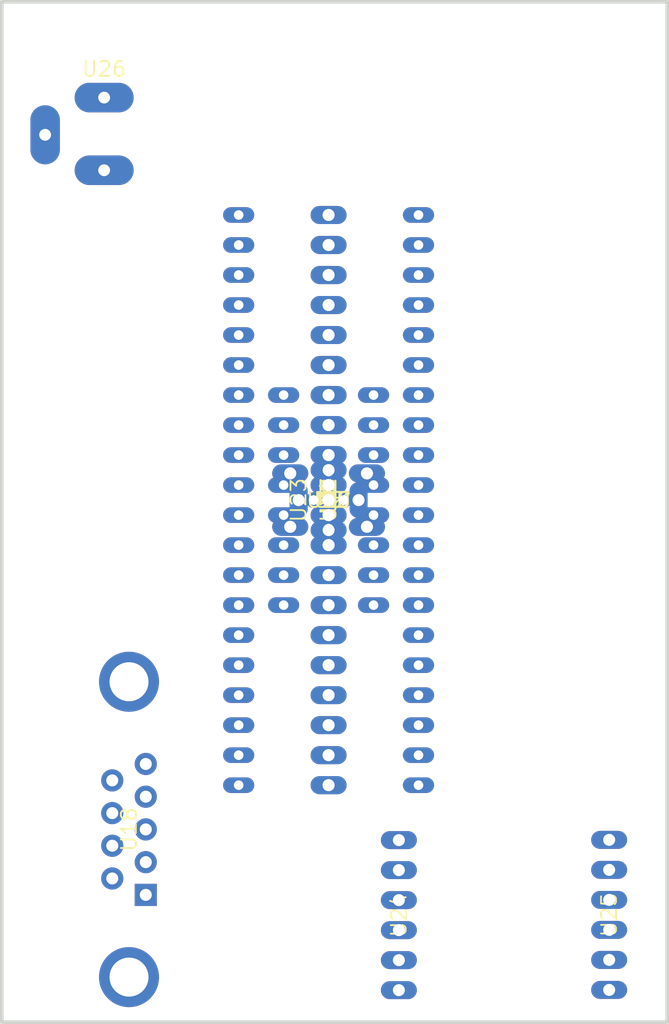
<source format=kicad_pcb>
 ( kicad_pcb  ( version 20171130 )
 ( host pcbnew "(5.1.4-0-10_14)" )
 ( general  ( thickness 1.6 )
 ( drawings 4 )
 ( tracks 0 )
 ( zones 0 )
 ( modules 36 )
 ( nets 71 )
)
 ( page A4 )
 ( layers  ( 0 Top signal )
 ( 31 Bottom signal )
 ( 32 B.Adhes user )
 ( 33 F.Adhes user )
 ( 34 B.Paste user )
 ( 35 F.Paste user )
 ( 36 B.SilkS user )
 ( 37 F.SilkS user )
 ( 38 B.Mask user )
 ( 39 F.Mask user )
 ( 40 Dwgs.User user )
 ( 41 Cmts.User user )
 ( 42 Eco1.User user )
 ( 43 Eco2.User user )
 ( 44 Edge.Cuts user )
 ( 45 Margin user )
 ( 46 B.CrtYd user )
 ( 47 F.CrtYd user )
 ( 48 B.Fab user )
 ( 49 F.Fab user )
)
 ( setup  ( last_trace_width 0.4064 )
 ( trace_clearance 0.2 )
 ( zone_clearance 0.508 )
 ( zone_45_only no )
 ( trace_min 0.2 )
 ( via_size 0.8 )
 ( via_drill 0.4 )
 ( via_min_size 0.4 )
 ( via_min_drill 0.3 )
 ( uvia_size 0.3 )
 ( uvia_drill 0.1 )
 ( uvias_allowed yes )
 ( uvia_min_size 0.2 )
 ( uvia_min_drill 0.1 )
 ( edge_width 0.05 )
 ( segment_width 0.2 )
 ( pcb_text_width 0.3 )
 ( pcb_text_size 1.5 1.5 )
 ( mod_edge_width 0.12 )
 ( mod_text_size 1 1 )
 ( mod_text_width 0.15 )
 ( pad_size 1.524 1.524 )
 ( pad_drill 0.762 )
 ( pad_to_mask_clearance 0.051 )
 ( solder_mask_min_width 0.25 )
 ( aux_axis_origin 0 0 )
 ( visible_elements 7FFFFFFF )
 ( pcbplotparams  ( layerselection 0x010fc_ffffffff )
 ( usegerberextensions false )
 ( usegerberattributes false )
 ( usegerberadvancedattributes false )
 ( creategerberjobfile false )
 ( excludeedgelayer true )
 ( linewidth 0.100000 )
 ( plotframeref false )
 ( viasonmask false )
 ( mode 1 )
 ( useauxorigin false )
 ( hpglpennumber 1 )
 ( hpglpenspeed 20 )
 ( hpglpendiameter 15.000000 )
 ( psnegative false )
 ( psa4output false )
 ( plotreference true )
 ( plotvalue true )
 ( plotinvisibletext false )
 ( padsonsilk false )
 ( subtractmaskfromsilk false )
 ( outputformat 1 )
 ( mirror false )
 ( drillshape 1 )
 ( scaleselection 1 )
 ( outputdirectory "" )
)
)
 ( net 0 "" )
 ( net 1 "Net-(IC3-Pad40)" )
 ( net 2 "Net-(IC3-Pad39)" )
 ( net 3 "Net-(IC3-Pad38)" )
 ( net 4 "Net-(IC3-Pad37)" )
 ( net 5 "Net-(IC3-Pad36)" )
 ( net 6 "Net-(IC3-Pad35)" )
 ( net 7 /MRF_INT )
 ( net 8 "Net-(IC3-Pad33)" )
 ( net 9 /3.3V_SRC )
 ( net 10 GND )
 ( net 11 "Net-(IC3-Pad30)" )
 ( net 12 "Net-(IC3-Pad29)" )
 ( net 13 "Net-(IC3-Pad28)" )
 ( net 14 "Net-(IC3-Pad27)" )
 ( net 15 /N$17 )
 ( net 16 /N$21 )
 ( net 17 /MRF_SDO )
 ( net 18 /MRF_SDI )
 ( net 19 "Net-(IC3-Pad22)" )
 ( net 20 "Net-(IC3-Pad21)" )
 ( net 21 "Net-(IC3-Pad20)" )
 ( net 22 "Net-(IC3-Pad19)" )
 ( net 23 /MRF_SCK )
 ( net 24 /MRF_CS )
 ( net 25 /MRF_WAKE )
 ( net 26 /MRF_RESET )
 ( net 27 /OSC2 )
 ( net 28 /OS1 )
 ( net 29 "Net-(IC3-Pad10)" )
 ( net 30 "Net-(IC3-Pad9)" )
 ( net 31 "Net-(IC3-Pad8)" )
 ( net 32 "Net-(IC3-Pad7)" )
 ( net 33 "Net-(IC3-Pad6)" )
 ( net 34 "Net-(IC3-Pad5)" )
 ( net 35 "Net-(IC3-Pad4)" )
 ( net 36 "Net-(IC3-Pad3)" )
 ( net 37 "Net-(IC3-Pad2)" )
 ( net 38 "Net-(IC3-Pad1)" )
 ( net 39 "Net-(S1-Pad4)" )
 ( net 40 "Net-(S1-Pad2)" )
 ( net 41 "Net-(C6-Pad1)" )
 ( net 42 "Net-(LED3-PadA)" )
 ( net 43 "Net-(R5-Pad1)" )
 ( net 44 "Net-(JP3-Pad6)" )
 ( net 45 "Net-(IC2-Pad14)" )
 ( net 46 "Net-(IC2-Pad13)" )
 ( net 47 "Net-(IC2-Pad12)" )
 ( net 48 "Net-(IC2-Pad11)" )
 ( net 49 "Net-(C5-Pad2)" )
 ( net 50 "Net-(C2-Pad2)" )
 ( net 51 "Net-(C5-Pad1)" )
 ( net 52 "Net-(C4-Pad2)" )
 ( net 53 "Net-(IC2-Pad8)" )
 ( net 54 "Net-(IC2-Pad7)" )
 ( net 55 "Net-(C1-Pad1)" )
 ( net 56 "Net-(C4-Pad1)" )
 ( net 57 "Net-(X1-Pad9)" )
 ( net 58 "Net-(X1-Pad7)" )
 ( net 59 "Net-(X1-Pad1)" )
 ( net 60 "Net-(IC4-Pad1)" )
 ( net 61 "Net-(R8-Pad1)" )
 ( net 62 "Net-(JP4-Pad4)" )
 ( net 63 "Net-(X3-Pad3)" )
 ( net 64 "Net-(LED1-PadA)" )
 ( net 65 "Net-(R2-Pad1)" )
 ( net 66 "Net-(R6-Pad1)" )
 ( net 67 "Net-(LED2-PadA)" )
 ( net 68 "Net-(R1-Pad1)" )
 ( net 69 "Net-(S2-Pad4)" )
 ( net 70 "Net-(S2-Pad2)" )
 ( net_class Default "This is the default net class."  ( clearance 0.2 )
 ( trace_width 0.4064 )
 ( via_dia 0.8 )
 ( via_drill 0.4 )
 ( uvia_dia 0.3 )
 ( uvia_drill 0.1 )
 ( add_net /3.3V_SRC )
 ( add_net /MRF_CS )
 ( add_net /MRF_INT )
 ( add_net /MRF_RESET )
 ( add_net /MRF_SCK )
 ( add_net /MRF_SDI )
 ( add_net /MRF_SDO )
 ( add_net /MRF_WAKE )
 ( add_net /N$17 )
 ( add_net /N$21 )
 ( add_net /OS1 )
 ( add_net /OSC2 )
 ( add_net GND )
 ( add_net "Net-(C1-Pad1)" )
 ( add_net "Net-(C2-Pad2)" )
 ( add_net "Net-(C4-Pad1)" )
 ( add_net "Net-(C4-Pad2)" )
 ( add_net "Net-(C5-Pad1)" )
 ( add_net "Net-(C5-Pad2)" )
 ( add_net "Net-(C6-Pad1)" )
 ( add_net "Net-(IC2-Pad11)" )
 ( add_net "Net-(IC2-Pad12)" )
 ( add_net "Net-(IC2-Pad13)" )
 ( add_net "Net-(IC2-Pad14)" )
 ( add_net "Net-(IC2-Pad7)" )
 ( add_net "Net-(IC2-Pad8)" )
 ( add_net "Net-(IC3-Pad1)" )
 ( add_net "Net-(IC3-Pad10)" )
 ( add_net "Net-(IC3-Pad19)" )
 ( add_net "Net-(IC3-Pad2)" )
 ( add_net "Net-(IC3-Pad20)" )
 ( add_net "Net-(IC3-Pad21)" )
 ( add_net "Net-(IC3-Pad22)" )
 ( add_net "Net-(IC3-Pad27)" )
 ( add_net "Net-(IC3-Pad28)" )
 ( add_net "Net-(IC3-Pad29)" )
 ( add_net "Net-(IC3-Pad3)" )
 ( add_net "Net-(IC3-Pad30)" )
 ( add_net "Net-(IC3-Pad33)" )
 ( add_net "Net-(IC3-Pad35)" )
 ( add_net "Net-(IC3-Pad36)" )
 ( add_net "Net-(IC3-Pad37)" )
 ( add_net "Net-(IC3-Pad38)" )
 ( add_net "Net-(IC3-Pad39)" )
 ( add_net "Net-(IC3-Pad4)" )
 ( add_net "Net-(IC3-Pad40)" )
 ( add_net "Net-(IC3-Pad5)" )
 ( add_net "Net-(IC3-Pad6)" )
 ( add_net "Net-(IC3-Pad7)" )
 ( add_net "Net-(IC3-Pad8)" )
 ( add_net "Net-(IC3-Pad9)" )
 ( add_net "Net-(IC4-Pad1)" )
 ( add_net "Net-(JP3-Pad6)" )
 ( add_net "Net-(JP4-Pad4)" )
 ( add_net "Net-(LED1-PadA)" )
 ( add_net "Net-(LED2-PadA)" )
 ( add_net "Net-(LED3-PadA)" )
 ( add_net "Net-(R1-Pad1)" )
 ( add_net "Net-(R2-Pad1)" )
 ( add_net "Net-(R5-Pad1)" )
 ( add_net "Net-(R6-Pad1)" )
 ( add_net "Net-(R8-Pad1)" )
 ( add_net "Net-(S1-Pad2)" )
 ( add_net "Net-(S1-Pad4)" )
 ( add_net "Net-(S2-Pad2)" )
 ( add_net "Net-(S2-Pad4)" )
 ( add_net "Net-(X1-Pad1)" )
 ( add_net "Net-(X1-Pad7)" )
 ( add_net "Net-(X1-Pad9)" )
 ( add_net "Net-(X3-Pad3)" )
)
 ( module picDevBoard:317TS  ( layer Top )
 ( tedit 5DD22436 )
 ( tstamp 5DC8E7E0 )
 ( at 148.000000 104.000000 90.000000 )
 ( descr "<b>VOLTAGE REGULATOR</b>" )
 ( path /FA55F29D )
 ( fp_text reference U23  ( at 0 -2.54 90 )
 ( layer F.SilkS )
 ( effects  ( font  ( size 1.27 1.27 )
 ( thickness 0.15 )
)
)
)
 ( fp_text value ""  ( at 0 -2.54 90 )
 ( layer F.SilkS )
 ( effects  ( font  ( size 1.27 1.27 )
 ( thickness 0.15 )
)
)
)
 ( fp_poly  ( pts  ( xy -5.4 -2.54 )
 ( xy -5.4 1.96 )
 ( xy 5.2 1.96 )
 ( xy 5.2 -2.54 )
)
 ( layer F.CrtYd )
 ( width 0.1 )
)
 ( fp_poly  ( pts  ( xy -3.4 -1.54 )
 ( xy -3.4 1.56 )
 ( xy 3.4 1.56 )
 ( xy 3.4 -1.54 )
)
 ( layer B.CrtYd )
 ( width 0.1 )
)
 ( pad 3 thru_hole oval  ( at 2.54 0 180.000000 )
 ( size 3.048 1.524 )
 ( drill 1.016 )
 ( layers *.Cu *.Mask )
 ( net 41 "Net-(C6-Pad1)" )
 ( solder_mask_margin 0.1016 )
)
 ( pad 2 thru_hole oval  ( at 0 0 180.000000 )
 ( size 3.048 1.524 )
 ( drill 1.016 )
 ( layers *.Cu *.Mask )
 ( net 9 /3.3V_SRC )
 ( solder_mask_margin 0.1016 )
)
 ( pad 1 thru_hole oval  ( at -2.54 0 180.000000 )
 ( size 3.048 1.524 )
 ( drill 1.016 )
 ( layers *.Cu *.Mask )
 ( net 60 "Net-(IC4-Pad1)" )
 ( solder_mask_margin 0.1016 )
)
)
 ( module picDevBoard:733980-62 locked  ( layer Top )
 ( tedit 5DD23BA9 )
 ( tstamp 5DC8E86D )
 ( at 128.979600 70.051600 180.000000 )
 ( descr "<b>DC POWER JACK</b><p>\nDC20-09 (2.0 mm Center Pin)<br>\nDC25-09 (2.5 mm Center Pin)<br>\nSource: http://www2.produktinfo.conrad.com/datenblaetter/725000-749999/733980-da-01-en-Printbuchse_mit_Schaltkontakt_2mm.pdf" )
 ( path /D0EFEB30 )
 ( fp_text reference U26  ( at 0 2.54 180 )
 ( layer F.SilkS )
 ( effects  ( font  ( size 1.27 1.27 )
 ( thickness 0.15 )
)
)
)
 ( fp_text value ""  ( at 0 2.54 180 )
 ( layer F.SilkS )
 ( effects  ( font  ( size 1.27 1.27 )
 ( thickness 0.15 )
)
)
)
 ( fp_poly  ( pts  ( xy -4.4 -6.26 )
 ( xy 4.4 -6.26 )
 ( xy 4.4 7.64 )
 ( xy -4.4 7.64 )
)
 ( layer F.CrtYd )
 ( width 0.1 )
)
 ( pad 3 thru_hole oval  ( at 5 -3.03 270.000000 )
 ( size 5 2.5 )
 ( drill 1 )
 ( layers *.Cu *.Mask )
 ( net 63 "Net-(X3-Pad3)" )
 ( solder_mask_margin 0.1016 )
)
 ( pad 1 thru_hole oval  ( at 0 -6.03 180.000000 )
 ( size 5 2.5 )
 ( drill 1 )
 ( layers *.Cu *.Mask )
 ( net 10 GND )
 ( solder_mask_margin 0.1016 )
)
 ( pad 2 thru_hole oval  ( at 0 0.12 180.000000 )
 ( size 5 2.5 )
 ( drill 1 )
 ( layers *.Cu *.Mask )
 ( net 41 "Net-(C6-Pad1)" )
 ( solder_mask_margin 0.1016 )
)
)
 ( module picDevBoard:DB9 locked  ( layer Top )
 ( tedit 5DD22E40 )
 ( tstamp 5DC8E78D )
 ( at 127.912800 131.875200 90.000000 )
 ( descr <b>SUB-D</b> )
 ( path /8679BB61 )
 ( fp_text reference U18  ( at 0 3.175 90 )
 ( layer F.SilkS )
 ( effects  ( font  ( size 1.27 1.27 )
 ( thickness 0.15 )
)
)
)
 ( fp_text value ""  ( at 0 3.175 90 )
 ( layer F.SilkS )
 ( effects  ( font  ( size 1.27 1.27 )
 ( thickness 0.15 )
)
)
)
 ( fp_poly  ( pts  ( xy -15.6 -6.525 )
 ( xy 15.6 -6.525 )
 ( xy 15.6 6.175 )
 ( xy -15.6 6.175 )
)
 ( layer F.CrtYd )
 ( width 0.1 )
)
 ( pad G2 thru_hole circle  ( at 12.5 3.175 90.000000 )
 ( size 5.08 5.08 )
 ( drill 3.302 )
 ( layers *.Cu *.Mask )
 ( solder_mask_margin 0.1016 )
)
 ( pad G1 thru_hole circle  ( at -12.5 3.175 90.000000 )
 ( size 5.08 5.08 )
 ( drill 3.302 )
 ( layers *.Cu *.Mask )
 ( solder_mask_margin 0.1016 )
)
 ( pad 9 thru_hole circle  ( at 4.15 1.755 90.000000 )
 ( size 1.8796 1.8796 )
 ( drill 1.016 )
 ( layers *.Cu *.Mask )
 ( net 57 "Net-(X1-Pad9)" )
 ( solder_mask_margin 0.1016 )
)
 ( pad 8 thru_hole circle  ( at 1.38 1.755 90.000000 )
 ( size 1.8796 1.8796 )
 ( drill 1.016 )
 ( layers *.Cu *.Mask )
 ( net 58 "Net-(X1-Pad7)" )
 ( solder_mask_margin 0.1016 )
)
 ( pad 7 thru_hole circle  ( at -1.38 1.755 90.000000 )
 ( size 1.8796 1.8796 )
 ( drill 1.016 )
 ( layers *.Cu *.Mask )
 ( net 58 "Net-(X1-Pad7)" )
 ( solder_mask_margin 0.1016 )
)
 ( pad 6 thru_hole circle  ( at -4.15 1.755 90.000000 )
 ( size 1.8796 1.8796 )
 ( drill 1.016 )
 ( layers *.Cu *.Mask )
 ( net 59 "Net-(X1-Pad1)" )
 ( solder_mask_margin 0.1016 )
)
 ( pad 5 thru_hole circle  ( at 5.54 4.595 90.000000 )
 ( size 1.8796 1.8796 )
 ( drill 1.016 )
 ( layers *.Cu *.Mask )
 ( net 10 GND )
 ( solder_mask_margin 0.1016 )
)
 ( pad 4 thru_hole circle  ( at 2.77 4.595 90.000000 )
 ( size 1.8796 1.8796 )
 ( drill 1.016 )
 ( layers *.Cu *.Mask )
 ( net 59 "Net-(X1-Pad1)" )
 ( solder_mask_margin 0.1016 )
)
 ( pad 3 thru_hole circle  ( at 0 4.595 90.000000 )
 ( size 1.8796 1.8796 )
 ( drill 1.016 )
 ( layers *.Cu *.Mask )
 ( net 53 "Net-(IC2-Pad8)" )
 ( solder_mask_margin 0.1016 )
)
 ( pad 2 thru_hole circle  ( at -2.77 4.595 90.000000 )
 ( size 1.8796 1.8796 )
 ( drill 1.016 )
 ( layers *.Cu *.Mask )
 ( net 54 "Net-(IC2-Pad7)" )
 ( solder_mask_margin 0.1016 )
)
 ( pad 1 thru_hole rect  ( at -5.54 4.595 90.000000 )
 ( size 1.8796 1.8796 )
 ( drill 1.016 )
 ( layers *.Cu *.Mask )
 ( net 59 "Net-(X1-Pad1)" )
 ( solder_mask_margin 0.1016 )
)
)
 ( module picDevBoard:DIL40  ( layer Top )
 ( tedit 5DD232E6 )
 ( tstamp 5DC8E5C7 )
 ( at 148.000000 104.000000 270.000000 )
 ( descr "<B>Dual In Line</B><p>\npackage type P" )
 ( path /B686635D )
 ( fp_text reference U1  ( at 0 0 270 )
 ( layer F.SilkS )
 ( effects  ( font  ( size 1.27 1.27 )
 ( thickness 0.15 )
)
)
)
 ( fp_text value ""  ( at 0 0 270 )
 ( layer F.SilkS )
 ( effects  ( font  ( size 1.27 1.27 )
 ( thickness 0.15 )
)
)
)
 ( fp_poly  ( pts  ( xy -25.5 -9 )
 ( xy 25.5 -9 )
 ( xy 25.5 9 )
 ( xy -25.5 9 )
)
 ( layer F.CrtYd )
 ( width 0.1 )
)
 ( pad 40 thru_hole oval  ( at -24.13 -7.62 )
 ( size 2.6416 1.3208 )
 ( drill 0.8128 )
 ( layers *.Cu *.Mask )
 ( net 1 "Net-(IC3-Pad40)" )
 ( solder_mask_margin 0.1016 )
)
 ( pad 39 thru_hole oval  ( at -21.59 -7.62 )
 ( size 2.6416 1.3208 )
 ( drill 0.8128 )
 ( layers *.Cu *.Mask )
 ( net 2 "Net-(IC3-Pad39)" )
 ( solder_mask_margin 0.1016 )
)
 ( pad 38 thru_hole oval  ( at -19.05 -7.62 )
 ( size 2.6416 1.3208 )
 ( drill 0.8128 )
 ( layers *.Cu *.Mask )
 ( net 3 "Net-(IC3-Pad38)" )
 ( solder_mask_margin 0.1016 )
)
 ( pad 37 thru_hole oval  ( at -16.51 -7.62 )
 ( size 2.6416 1.3208 )
 ( drill 0.8128 )
 ( layers *.Cu *.Mask )
 ( net 4 "Net-(IC3-Pad37)" )
 ( solder_mask_margin 0.1016 )
)
 ( pad 36 thru_hole oval  ( at -13.97 -7.62 )
 ( size 2.6416 1.3208 )
 ( drill 0.8128 )
 ( layers *.Cu *.Mask )
 ( net 5 "Net-(IC3-Pad36)" )
 ( solder_mask_margin 0.1016 )
)
 ( pad 35 thru_hole oval  ( at -11.43 -7.62 )
 ( size 2.6416 1.3208 )
 ( drill 0.8128 )
 ( layers *.Cu *.Mask )
 ( net 6 "Net-(IC3-Pad35)" )
 ( solder_mask_margin 0.1016 )
)
 ( pad 34 thru_hole oval  ( at -8.89 -7.62 )
 ( size 2.6416 1.3208 )
 ( drill 0.8128 )
 ( layers *.Cu *.Mask )
 ( net 7 /MRF_INT )
 ( solder_mask_margin 0.1016 )
)
 ( pad 33 thru_hole oval  ( at -6.35 -7.62 )
 ( size 2.6416 1.3208 )
 ( drill 0.8128 )
 ( layers *.Cu *.Mask )
 ( net 8 "Net-(IC3-Pad33)" )
 ( solder_mask_margin 0.1016 )
)
 ( pad 32 thru_hole oval  ( at -3.81 -7.62 )
 ( size 2.6416 1.3208 )
 ( drill 0.8128 )
 ( layers *.Cu *.Mask )
 ( net 9 /3.3V_SRC )
 ( solder_mask_margin 0.1016 )
)
 ( pad 31 thru_hole oval  ( at -1.27 -7.62 )
 ( size 2.6416 1.3208 )
 ( drill 0.8128 )
 ( layers *.Cu *.Mask )
 ( net 10 GND )
 ( solder_mask_margin 0.1016 )
)
 ( pad 30 thru_hole oval  ( at 1.27 -7.62 )
 ( size 2.6416 1.3208 )
 ( drill 0.8128 )
 ( layers *.Cu *.Mask )
 ( net 11 "Net-(IC3-Pad30)" )
 ( solder_mask_margin 0.1016 )
)
 ( pad 29 thru_hole oval  ( at 3.81 -7.62 )
 ( size 2.6416 1.3208 )
 ( drill 0.8128 )
 ( layers *.Cu *.Mask )
 ( net 12 "Net-(IC3-Pad29)" )
 ( solder_mask_margin 0.1016 )
)
 ( pad 28 thru_hole oval  ( at 6.35 -7.62 )
 ( size 2.6416 1.3208 )
 ( drill 0.8128 )
 ( layers *.Cu *.Mask )
 ( net 13 "Net-(IC3-Pad28)" )
 ( solder_mask_margin 0.1016 )
)
 ( pad 27 thru_hole oval  ( at 8.89 -7.62 )
 ( size 2.6416 1.3208 )
 ( drill 0.8128 )
 ( layers *.Cu *.Mask )
 ( net 14 "Net-(IC3-Pad27)" )
 ( solder_mask_margin 0.1016 )
)
 ( pad 26 thru_hole oval  ( at 11.43 -7.62 )
 ( size 2.6416 1.3208 )
 ( drill 0.8128 )
 ( layers *.Cu *.Mask )
 ( net 15 /N$17 )
 ( solder_mask_margin 0.1016 )
)
 ( pad 25 thru_hole oval  ( at 13.97 -7.62 )
 ( size 2.6416 1.3208 )
 ( drill 0.8128 )
 ( layers *.Cu *.Mask )
 ( net 16 /N$21 )
 ( solder_mask_margin 0.1016 )
)
 ( pad 24 thru_hole oval  ( at 16.51 -7.62 )
 ( size 2.6416 1.3208 )
 ( drill 0.8128 )
 ( layers *.Cu *.Mask )
 ( net 17 /MRF_SDO )
 ( solder_mask_margin 0.1016 )
)
 ( pad 23 thru_hole oval  ( at 19.05 -7.62 )
 ( size 2.6416 1.3208 )
 ( drill 0.8128 )
 ( layers *.Cu *.Mask )
 ( net 18 /MRF_SDI )
 ( solder_mask_margin 0.1016 )
)
 ( pad 22 thru_hole oval  ( at 21.59 -7.62 )
 ( size 2.6416 1.3208 )
 ( drill 0.8128 )
 ( layers *.Cu *.Mask )
 ( net 19 "Net-(IC3-Pad22)" )
 ( solder_mask_margin 0.1016 )
)
 ( pad 21 thru_hole oval  ( at 24.13 -7.62 )
 ( size 2.6416 1.3208 )
 ( drill 0.8128 )
 ( layers *.Cu *.Mask )
 ( net 20 "Net-(IC3-Pad21)" )
 ( solder_mask_margin 0.1016 )
)
 ( pad 20 thru_hole oval  ( at 24.13 7.62 )
 ( size 2.6416 1.3208 )
 ( drill 0.8128 )
 ( layers *.Cu *.Mask )
 ( net 21 "Net-(IC3-Pad20)" )
 ( solder_mask_margin 0.1016 )
)
 ( pad 19 thru_hole oval  ( at 21.59 7.62 )
 ( size 2.6416 1.3208 )
 ( drill 0.8128 )
 ( layers *.Cu *.Mask )
 ( net 22 "Net-(IC3-Pad19)" )
 ( solder_mask_margin 0.1016 )
)
 ( pad 18 thru_hole oval  ( at 19.05 7.62 )
 ( size 2.6416 1.3208 )
 ( drill 0.8128 )
 ( layers *.Cu *.Mask )
 ( net 23 /MRF_SCK )
 ( solder_mask_margin 0.1016 )
)
 ( pad 17 thru_hole oval  ( at 16.51 7.62 )
 ( size 2.6416 1.3208 )
 ( drill 0.8128 )
 ( layers *.Cu *.Mask )
 ( net 24 /MRF_CS )
 ( solder_mask_margin 0.1016 )
)
 ( pad 16 thru_hole oval  ( at 13.97 7.62 )
 ( size 2.6416 1.3208 )
 ( drill 0.8128 )
 ( layers *.Cu *.Mask )
 ( net 25 /MRF_WAKE )
 ( solder_mask_margin 0.1016 )
)
 ( pad 15 thru_hole oval  ( at 11.43 7.62 )
 ( size 2.6416 1.3208 )
 ( drill 0.8128 )
 ( layers *.Cu *.Mask )
 ( net 26 /MRF_RESET )
 ( solder_mask_margin 0.1016 )
)
 ( pad 14 thru_hole oval  ( at 8.89 7.62 )
 ( size 2.6416 1.3208 )
 ( drill 0.8128 )
 ( layers *.Cu *.Mask )
 ( net 27 /OSC2 )
 ( solder_mask_margin 0.1016 )
)
 ( pad 13 thru_hole oval  ( at 6.35 7.62 )
 ( size 2.6416 1.3208 )
 ( drill 0.8128 )
 ( layers *.Cu *.Mask )
 ( net 28 /OS1 )
 ( solder_mask_margin 0.1016 )
)
 ( pad 12 thru_hole oval  ( at 3.81 7.62 )
 ( size 2.6416 1.3208 )
 ( drill 0.8128 )
 ( layers *.Cu *.Mask )
 ( net 10 GND )
 ( solder_mask_margin 0.1016 )
)
 ( pad 11 thru_hole oval  ( at 1.27 7.62 )
 ( size 2.6416 1.3208 )
 ( drill 0.8128 )
 ( layers *.Cu *.Mask )
 ( net 9 /3.3V_SRC )
 ( solder_mask_margin 0.1016 )
)
 ( pad 10 thru_hole oval  ( at -1.27 7.62 )
 ( size 2.6416 1.3208 )
 ( drill 0.8128 )
 ( layers *.Cu *.Mask )
 ( net 29 "Net-(IC3-Pad10)" )
 ( solder_mask_margin 0.1016 )
)
 ( pad 9 thru_hole oval  ( at -3.81 7.62 )
 ( size 2.6416 1.3208 )
 ( drill 0.8128 )
 ( layers *.Cu *.Mask )
 ( net 30 "Net-(IC3-Pad9)" )
 ( solder_mask_margin 0.1016 )
)
 ( pad 8 thru_hole oval  ( at -6.35 7.62 )
 ( size 2.6416 1.3208 )
 ( drill 0.8128 )
 ( layers *.Cu *.Mask )
 ( net 31 "Net-(IC3-Pad8)" )
 ( solder_mask_margin 0.1016 )
)
 ( pad 7 thru_hole oval  ( at -8.89 7.62 )
 ( size 2.6416 1.3208 )
 ( drill 0.8128 )
 ( layers *.Cu *.Mask )
 ( net 32 "Net-(IC3-Pad7)" )
 ( solder_mask_margin 0.1016 )
)
 ( pad 6 thru_hole oval  ( at -11.43 7.62 )
 ( size 2.6416 1.3208 )
 ( drill 0.8128 )
 ( layers *.Cu *.Mask )
 ( net 33 "Net-(IC3-Pad6)" )
 ( solder_mask_margin 0.1016 )
)
 ( pad 5 thru_hole oval  ( at -13.97 7.62 )
 ( size 2.6416 1.3208 )
 ( drill 0.8128 )
 ( layers *.Cu *.Mask )
 ( net 34 "Net-(IC3-Pad5)" )
 ( solder_mask_margin 0.1016 )
)
 ( pad 4 thru_hole oval  ( at -16.51 7.62 )
 ( size 2.6416 1.3208 )
 ( drill 0.8128 )
 ( layers *.Cu *.Mask )
 ( net 35 "Net-(IC3-Pad4)" )
 ( solder_mask_margin 0.1016 )
)
 ( pad 3 thru_hole oval  ( at -19.05 7.62 )
 ( size 2.6416 1.3208 )
 ( drill 0.8128 )
 ( layers *.Cu *.Mask )
 ( net 36 "Net-(IC3-Pad3)" )
 ( solder_mask_margin 0.1016 )
)
 ( pad 2 thru_hole oval  ( at -21.59 7.62 )
 ( size 2.6416 1.3208 )
 ( drill 0.8128 )
 ( layers *.Cu *.Mask )
 ( net 37 "Net-(IC3-Pad2)" )
 ( solder_mask_margin 0.1016 )
)
 ( pad 1 thru_hole oval  ( at -24.13 7.62 )
 ( size 2.6416 1.3208 )
 ( drill 0.8128 )
 ( layers *.Cu *.Mask )
 ( net 38 "Net-(IC3-Pad1)" )
 ( solder_mask_margin 0.1016 )
)
)
 ( module picDevBoard:B3F-10XX  ( layer Top )
 ( tedit 5DD22839 )
 ( tstamp 5DC8E5F8 )
 ( at 148.000000 104.000000 )
 ( descr "<b>OMRON SWITCH</b>" )
 ( path /788C9994 )
 ( fp_text reference U2  ( at 0 0 )
 ( layer F.SilkS )
 ( effects  ( font  ( size 1.27 1.27 )
 ( thickness 0.15 )
)
)
)
 ( fp_text value ""  ( at 0 0 )
 ( layer F.SilkS )
 ( effects  ( font  ( size 1.27 1.27 )
 ( thickness 0.15 )
)
)
)
 ( fp_poly  ( pts  ( xy -3.4 -3.2 )
 ( xy 3.4 -3.2 )
 ( xy 3.4 3.2 )
 ( xy -3.4 3.2 )
)
 ( layer F.CrtYd )
 ( width 0.1 )
)
 ( pad 4 thru_hole oval  ( at 3.2512 2.2606 )
 ( size 3.048 1.524 )
 ( drill 1.016 )
 ( layers *.Cu *.Mask )
 ( net 39 "Net-(S1-Pad4)" )
 ( solder_mask_margin 0.1016 )
)
 ( pad 2 thru_hole oval  ( at 3.2512 -2.2606 )
 ( size 3.048 1.524 )
 ( drill 1.016 )
 ( layers *.Cu *.Mask )
 ( net 40 "Net-(S1-Pad2)" )
 ( solder_mask_margin 0.1016 )
)
 ( pad 3 thru_hole oval  ( at -3.2512 2.2606 )
 ( size 3.048 1.524 )
 ( drill 1.016 )
 ( layers *.Cu *.Mask )
 ( net 38 "Net-(IC3-Pad1)" )
 ( solder_mask_margin 0.1016 )
)
 ( pad 1 thru_hole oval  ( at -3.2512 -2.2606 )
 ( size 3.048 1.524 )
 ( drill 1.016 )
 ( layers *.Cu *.Mask )
 ( net 10 GND )
 ( solder_mask_margin 0.1016 )
)
)
 ( module picDevBoard:C025-024X044  ( layer Top )
 ( tedit 5DD22892 )
 ( tstamp 5DC8E635 )
 ( at 148.000000 104.000000 270.000000 )
 ( descr "<b>CAPACITOR</b><p>\ngrid 2.5 mm, outline 2.4 x 4.4 mm" )
 ( path /2F4B506D )
 ( fp_text reference U3  ( at 0 0 270 )
 ( layer F.SilkS )
 ( effects  ( font  ( size 1.27 1.27 )
 ( thickness 0.15 )
)
)
)
 ( fp_text value ""  ( at 0 0 270 )
 ( layer F.SilkS )
 ( effects  ( font  ( size 1.27 1.27 )
 ( thickness 0.15 )
)
)
)
 ( fp_poly  ( pts  ( xy -2.3 -1.3 )
 ( xy 2.3 -1.3 )
 ( xy 2.3 1.3 )
 ( xy -2.3 1.3 )
)
 ( layer F.CrtYd )
 ( width 0.1 )
)
 ( pad 2 thru_hole circle  ( at 1.27 0 270.000000 )
 ( size 1.3208 1.3208 )
 ( drill 0.8128 )
 ( layers *.Cu *.Mask )
 ( net 10 GND )
 ( solder_mask_margin 0.1016 )
)
 ( pad 1 thru_hole circle  ( at -1.27 0 270.000000 )
 ( size 1.3208 1.3208 )
 ( drill 0.8128 )
 ( layers *.Cu *.Mask )
 ( net 9 /3.3V_SRC )
 ( solder_mask_margin 0.1016 )
)
)
 ( module picDevBoard:HC49_S  ( layer Top )
 ( tedit 5DD2361A )
 ( tstamp 5DC8E646 )
 ( at 148.000000 104.000000 270.000000 )
 ( descr <b>CRYSTAL</b> )
 ( path /22BC07EB )
 ( fp_text reference U4  ( at 0 0 270 )
 ( layer F.SilkS )
 ( effects  ( font  ( size 1.27 1.27 )
 ( thickness 0.15 )
)
)
)
 ( fp_text value ""  ( at 0 0 270 )
 ( layer F.SilkS )
 ( effects  ( font  ( size 1.27 1.27 )
 ( thickness 0.15 )
)
)
)
 ( fp_poly  ( pts  ( xy -5.6 -2.6 )
 ( xy 5.6 -2.6 )
 ( xy 5.6 2.6 )
 ( xy -5.6 2.6 )
)
 ( layer F.CrtYd )
 ( width 0.1 )
)
 ( pad 1 thru_hole circle  ( at -2.413 0 270.000000 )
 ( size 1.3208 1.3208 )
 ( drill 0.8128 )
 ( layers *.Cu *.Mask )
 ( net 28 /OS1 )
 ( solder_mask_margin 0.1016 )
)
 ( pad 2 thru_hole circle  ( at 2.413 0 270.000000 )
 ( size 1.3208 1.3208 )
 ( drill 0.8128 )
 ( layers *.Cu *.Mask )
 ( net 27 /OSC2 )
 ( solder_mask_margin 0.1016 )
)
)
 ( module picDevBoard:C050-024X044  ( layer Top )
 ( tedit 5DD22909 )
 ( tstamp 5DC8E662 )
 ( at 148.000000 104.000000 180.000000 )
 ( descr "<b>CAPACITOR</b><p>\ngrid 5 mm, outline 2.4 x 4.4 mm" )
 ( path /E6471815 )
 ( fp_text reference U5  ( at 0 0 180 )
 ( layer F.SilkS )
 ( effects  ( font  ( size 1.27 1.27 )
 ( thickness 0.15 )
)
)
)
 ( fp_text value ""  ( at 0 0 180 )
 ( layer F.SilkS )
 ( effects  ( font  ( size 1.27 1.27 )
 ( thickness 0.15 )
)
)
)
 ( fp_poly  ( pts  ( xy -2.3 -1.3 )
 ( xy -2.3 1.3 )
 ( xy 2.3 1.3 )
 ( xy 2.3 -1.3 )
)
 ( layer F.CrtYd )
 ( width 0.1 )
)
 ( pad 2 thru_hole circle  ( at 2.54 0 180.000000 )
 ( size 1.3208 1.3208 )
 ( drill 0.8128 )
 ( layers *.Cu *.Mask )
 ( net 10 GND )
 ( solder_mask_margin 0.1016 )
)
 ( pad 1 thru_hole circle  ( at -2.54 0 180.000000 )
 ( size 1.3208 1.3208 )
 ( drill 0.8128 )
 ( layers *.Cu *.Mask )
 ( net 28 /OS1 )
 ( solder_mask_margin 0.1016 )
)
)
 ( module picDevBoard:C050-024X044  ( layer Top )
 ( tedit 5DD22909 )
 ( tstamp 5DC8E677 )
 ( at 148.000000 104.000000 180.000000 )
 ( descr "<b>CAPACITOR</b><p>\ngrid 5 mm, outline 2.4 x 4.4 mm" )
 ( path /DC2BCD37 )
 ( fp_text reference U6  ( at 0 0 180 )
 ( layer F.SilkS )
 ( effects  ( font  ( size 1.27 1.27 )
 ( thickness 0.15 )
)
)
)
 ( fp_text value ""  ( at 0 0 180 )
 ( layer F.SilkS )
 ( effects  ( font  ( size 1.27 1.27 )
 ( thickness 0.15 )
)
)
)
 ( fp_poly  ( pts  ( xy -2.3 -1.3 )
 ( xy -2.3 1.3 )
 ( xy 2.3 1.3 )
 ( xy 2.3 -1.3 )
)
 ( layer F.CrtYd )
 ( width 0.1 )
)
 ( pad 2 thru_hole circle  ( at 2.54 0 180.000000 )
 ( size 1.3208 1.3208 )
 ( drill 0.8128 )
 ( layers *.Cu *.Mask )
 ( net 10 GND )
 ( solder_mask_margin 0.1016 )
)
 ( pad 1 thru_hole circle  ( at -2.54 0 180.000000 )
 ( size 1.3208 1.3208 )
 ( drill 0.8128 )
 ( layers *.Cu *.Mask )
 ( net 27 /OSC2 )
 ( solder_mask_margin 0.1016 )
)
)
 ( module picDevBoard:V526-0  ( layer Top )
 ( tedit 5DD23A48 )
 ( tstamp 5DC8E68C )
 ( at 148.000000 104.000000 270.000000 )
 ( descr "<b>RESISTOR</b><p>\ntype V526-0, grid 2.5 mm" )
 ( path /BA9F59F4 )
 ( fp_text reference U7  ( at 0 0 270 )
 ( layer F.SilkS )
 ( effects  ( font  ( size 1.27 1.27 )
 ( thickness 0.15 )
)
)
)
 ( fp_text value ""  ( at 0 0 270 )
 ( layer F.SilkS )
 ( effects  ( font  ( size 1.27 1.27 )
 ( thickness 0.15 )
)
)
)
 ( fp_poly  ( pts  ( xy -2.7 -1.1 )
 ( xy 2.7 -1.1 )
 ( xy 2.7 1.1 )
 ( xy -2.7 1.1 )
)
 ( layer F.CrtYd )
 ( width 0.1 )
)
 ( pad 2 thru_hole circle  ( at 1.27 0 270.000000 )
 ( size 1.3208 1.3208 )
 ( drill 0.8128 )
 ( layers *.Cu *.Mask )
 ( net 38 "Net-(IC3-Pad1)" )
 ( solder_mask_margin 0.1016 )
)
 ( pad 1 thru_hole circle  ( at -1.27 0 270.000000 )
 ( size 1.3208 1.3208 )
 ( drill 0.8128 )
 ( layers *.Cu *.Mask )
 ( net 9 /3.3V_SRC )
 ( solder_mask_margin 0.1016 )
)
)
 ( module picDevBoard:C050-025X075  ( layer Top )
 ( tedit 5DD22973 )
 ( tstamp 5DC8E699 )
 ( at 148.000000 104.000000 270.000000 )
 ( descr "<b>CAPACITOR</b><p>\ngrid 5 mm, outline 2.5 x 7.5 mm" )
 ( path /6DF0E31E )
 ( fp_text reference U8  ( at 0 0 270 )
 ( layer F.SilkS )
 ( effects  ( font  ( size 1.27 1.27 )
 ( thickness 0.15 )
)
)
)
 ( fp_text value ""  ( at 0 0 270 )
 ( layer F.SilkS )
 ( effects  ( font  ( size 1.27 1.27 )
 ( thickness 0.15 )
)
)
)
 ( fp_poly  ( pts  ( xy -3.8 -1.4 )
 ( xy 3.8 -1.4 )
 ( xy 3.8 1.4 )
 ( xy -3.8 1.4 )
)
 ( layer F.CrtYd )
 ( width 0.1 )
)
 ( pad 2 thru_hole circle  ( at 2.54 0 270.000000 )
 ( size 1.3208 1.3208 )
 ( drill 0.8128 )
 ( layers *.Cu *.Mask )
 ( net 10 GND )
 ( solder_mask_margin 0.1016 )
)
 ( pad 1 thru_hole circle  ( at -2.54 0 270.000000 )
 ( size 1.3208 1.3208 )
 ( drill 0.8128 )
 ( layers *.Cu *.Mask )
 ( net 41 "Net-(C6-Pad1)" )
 ( solder_mask_margin 0.1016 )
)
)
 ( module picDevBoard:LED3MM  ( layer Top )
 ( tedit 5DD2369D )
 ( tstamp 5DC8E6AC )
 ( at 148.000000 104.000000 270.000000 )
 ( descr "<B>LED</B><p>\n3 mm, round" )
 ( path /E9052FDA )
 ( fp_text reference U9  ( at 0 0 270 )
 ( layer F.SilkS )
 ( effects  ( font  ( size 1.27 1.27 )
 ( thickness 0.15 )
)
)
)
 ( fp_text value ""  ( at 0 0 270 )
 ( layer F.SilkS )
 ( effects  ( font  ( size 1.27 1.27 )
 ( thickness 0.15 )
)
)
)
 ( fp_poly  ( pts  ( xy -2.2 -2.2 )
 ( xy 2 -2.2 )
 ( xy 2 2.3 )
 ( xy -2.2 2.3 )
)
 ( layer F.CrtYd )
 ( width 0.1 )
)
 ( pad K thru_hole circle  ( at 1.27 0 270.000000 )
 ( size 1.3208 1.3208 )
 ( drill 0.8128 )
 ( layers *.Cu *.Mask )
 ( net 10 GND )
 ( solder_mask_margin 0.1016 )
)
 ( pad A thru_hole circle  ( at -1.27 0 270.000000 )
 ( size 1.3208 1.3208 )
 ( drill 0.8128 )
 ( layers *.Cu *.Mask )
 ( net 42 "Net-(LED3-PadA)" )
 ( solder_mask_margin 0.1016 )
)
)
 ( module picDevBoard:V526-0  ( layer Top )
 ( tedit 5DD23A48 )
 ( tstamp 5DC8E6C4 )
 ( at 148.000000 104.000000 270.000000 )
 ( descr "<b>RESISTOR</b><p>\ntype V526-0, grid 2.5 mm" )
 ( path /1A59B195 )
 ( fp_text reference U10  ( at 0 0 270 )
 ( layer F.SilkS )
 ( effects  ( font  ( size 1.27 1.27 )
 ( thickness 0.15 )
)
)
)
 ( fp_text value ""  ( at 0 0 270 )
 ( layer F.SilkS )
 ( effects  ( font  ( size 1.27 1.27 )
 ( thickness 0.15 )
)
)
)
 ( fp_poly  ( pts  ( xy -2.7 -1.1 )
 ( xy 2.7 -1.1 )
 ( xy 2.7 1.1 )
 ( xy -2.7 1.1 )
)
 ( layer F.CrtYd )
 ( width 0.1 )
)
 ( pad 2 thru_hole circle  ( at 1.27 0 270.000000 )
 ( size 1.3208 1.3208 )
 ( drill 0.8128 )
 ( layers *.Cu *.Mask )
 ( net 42 "Net-(LED3-PadA)" )
 ( solder_mask_margin 0.1016 )
)
 ( pad 1 thru_hole circle  ( at -1.27 0 270.000000 )
 ( size 1.3208 1.3208 )
 ( drill 0.8128 )
 ( layers *.Cu *.Mask )
 ( net 43 "Net-(R5-Pad1)" )
 ( solder_mask_margin 0.1016 )
)
)
 ( module picDevBoard:1X06  ( layer Top )
 ( tedit 5DD23AD1 )
 ( tstamp 5DC8E6D1 )
 ( at 148.000000 104.000000 90.000000 )
 ( descr "<b>PIN HEADER</b>" )
 ( path /8182258E )
 ( fp_text reference U11  ( at 0 0 90 )
 ( layer F.SilkS )
 ( effects  ( font  ( size 1.27 1.27 )
 ( thickness 0.15 )
)
)
)
 ( fp_text value ""  ( at 0 0 90 )
 ( layer F.SilkS )
 ( effects  ( font  ( size 1.27 1.27 )
 ( thickness 0.15 )
)
)
)
 ( fp_poly  ( pts  ( xy -7.5 -1.7 )
 ( xy 7.5 -1.7 )
 ( xy 7.5 1.7 )
 ( xy -7.5 1.7 )
)
 ( layer B.CrtYd )
 ( width 0.1 )
)
 ( fp_poly  ( pts  ( xy -7.5 -1.7 )
 ( xy 7.5 -1.7 )
 ( xy 7.5 1.7 )
 ( xy -7.5 1.7 )
)
 ( layer F.CrtYd )
 ( width 0.1 )
)
 ( pad 6 thru_hole oval  ( at 6.35 0 180.000000 )
 ( size 3.048 1.524 )
 ( drill 1.016 )
 ( layers *.Cu *.Mask )
 ( net 44 "Net-(JP3-Pad6)" )
 ( solder_mask_margin 0.1016 )
)
 ( pad 5 thru_hole oval  ( at 3.81 0 180.000000 )
 ( size 3.048 1.524 )
 ( drill 1.016 )
 ( layers *.Cu *.Mask )
 ( net 2 "Net-(IC3-Pad39)" )
 ( solder_mask_margin 0.1016 )
)
 ( pad 4 thru_hole oval  ( at 1.27 0 180.000000 )
 ( size 3.048 1.524 )
 ( drill 1.016 )
 ( layers *.Cu *.Mask )
 ( net 1 "Net-(IC3-Pad40)" )
 ( solder_mask_margin 0.1016 )
)
 ( pad 3 thru_hole oval  ( at -1.27 0 180.000000 )
 ( size 3.048 1.524 )
 ( drill 1.016 )
 ( layers *.Cu *.Mask )
 ( net 10 GND )
 ( solder_mask_margin 0.1016 )
)
 ( pad 2 thru_hole oval  ( at -3.81 0 180.000000 )
 ( size 3.048 1.524 )
 ( drill 1.016 )
 ( layers *.Cu *.Mask )
 ( net 9 /3.3V_SRC )
 ( solder_mask_margin 0.1016 )
)
 ( pad 1 thru_hole oval  ( at -6.35 0 180.000000 )
 ( size 3.048 1.524 )
 ( drill 1.016 )
 ( layers *.Cu *.Mask )
 ( net 38 "Net-(IC3-Pad1)" )
 ( solder_mask_margin 0.1016 )
)
)
 ( module picDevBoard:DIL16  ( layer Top )
 ( tedit 5DD2332E )
 ( tstamp 5DC8E70B )
 ( at 148.000000 104.000000 270.000000 )
 ( descr "<b>Dual In Line Package</b>" )
 ( path /BC34DC86 )
 ( fp_text reference U12  ( at 0 0 270 )
 ( layer F.SilkS )
 ( effects  ( font  ( size 1.27 1.27 )
 ( thickness 0.15 )
)
)
)
 ( fp_text value ""  ( at 0 0 270 )
 ( layer F.SilkS )
 ( effects  ( font  ( size 1.27 1.27 )
 ( thickness 0.15 )
)
)
)
 ( fp_poly  ( pts  ( xy -10.3 -5.2 )
 ( xy 10.3 -5.2 )
 ( xy 10.3 5.2 )
 ( xy -10.3 5.2 )
)
 ( layer F.CrtYd )
 ( width 0.1 )
)
 ( pad 16 thru_hole oval  ( at -8.89 -3.81 )
 ( size 2.6416 1.3208 )
 ( drill 0.8128 )
 ( layers *.Cu *.Mask )
 ( net 9 /3.3V_SRC )
 ( solder_mask_margin 0.1016 )
)
 ( pad 15 thru_hole oval  ( at -6.35 -3.81 )
 ( size 2.6416 1.3208 )
 ( drill 0.8128 )
 ( layers *.Cu *.Mask )
 ( net 10 GND )
 ( solder_mask_margin 0.1016 )
)
 ( pad 14 thru_hole oval  ( at -3.81 -3.81 )
 ( size 2.6416 1.3208 )
 ( drill 0.8128 )
 ( layers *.Cu *.Mask )
 ( net 45 "Net-(IC2-Pad14)" )
 ( solder_mask_margin 0.1016 )
)
 ( pad 13 thru_hole oval  ( at -1.27 -3.81 )
 ( size 2.6416 1.3208 )
 ( drill 0.8128 )
 ( layers *.Cu *.Mask )
 ( net 46 "Net-(IC2-Pad13)" )
 ( solder_mask_margin 0.1016 )
)
 ( pad 12 thru_hole oval  ( at 1.27 -3.81 )
 ( size 2.6416 1.3208 )
 ( drill 0.8128 )
 ( layers *.Cu *.Mask )
 ( net 47 "Net-(IC2-Pad12)" )
 ( solder_mask_margin 0.1016 )
)
 ( pad 11 thru_hole oval  ( at 3.81 -3.81 )
 ( size 2.6416 1.3208 )
 ( drill 0.8128 )
 ( layers *.Cu *.Mask )
 ( net 48 "Net-(IC2-Pad11)" )
 ( solder_mask_margin 0.1016 )
)
 ( pad 10 thru_hole oval  ( at 6.35 -3.81 )
 ( size 2.6416 1.3208 )
 ( drill 0.8128 )
 ( layers *.Cu *.Mask )
 ( net 16 /N$21 )
 ( solder_mask_margin 0.1016 )
)
 ( pad 9 thru_hole oval  ( at 8.89 -3.81 )
 ( size 2.6416 1.3208 )
 ( drill 0.8128 )
 ( layers *.Cu *.Mask )
 ( net 15 /N$17 )
 ( solder_mask_margin 0.1016 )
)
 ( pad 5 thru_hole oval  ( at 1.27 3.81 )
 ( size 2.6416 1.3208 )
 ( drill 0.8128 )
 ( layers *.Cu *.Mask )
 ( net 49 "Net-(C5-Pad2)" )
 ( solder_mask_margin 0.1016 )
)
 ( pad 6 thru_hole oval  ( at 3.81 3.81 )
 ( size 2.6416 1.3208 )
 ( drill 0.8128 )
 ( layers *.Cu *.Mask )
 ( net 50 "Net-(C2-Pad2)" )
 ( solder_mask_margin 0.1016 )
)
 ( pad 4 thru_hole oval  ( at -1.27 3.81 )
 ( size 2.6416 1.3208 )
 ( drill 0.8128 )
 ( layers *.Cu *.Mask )
 ( net 51 "Net-(C5-Pad1)" )
 ( solder_mask_margin 0.1016 )
)
 ( pad 3 thru_hole oval  ( at -3.81 3.81 )
 ( size 2.6416 1.3208 )
 ( drill 0.8128 )
 ( layers *.Cu *.Mask )
 ( net 52 "Net-(C4-Pad2)" )
 ( solder_mask_margin 0.1016 )
)
 ( pad 8 thru_hole oval  ( at 8.89 3.81 )
 ( size 2.6416 1.3208 )
 ( drill 0.8128 )
 ( layers *.Cu *.Mask )
 ( net 53 "Net-(IC2-Pad8)" )
 ( solder_mask_margin 0.1016 )
)
 ( pad 7 thru_hole oval  ( at 6.35 3.81 )
 ( size 2.6416 1.3208 )
 ( drill 0.8128 )
 ( layers *.Cu *.Mask )
 ( net 54 "Net-(IC2-Pad7)" )
 ( solder_mask_margin 0.1016 )
)
 ( pad 2 thru_hole oval  ( at -6.35 3.81 )
 ( size 2.6416 1.3208 )
 ( drill 0.8128 )
 ( layers *.Cu *.Mask )
 ( net 55 "Net-(C1-Pad1)" )
 ( solder_mask_margin 0.1016 )
)
 ( pad 1 thru_hole oval  ( at -8.89 3.81 )
 ( size 2.6416 1.3208 )
 ( drill 0.8128 )
 ( layers *.Cu *.Mask )
 ( net 56 "Net-(C4-Pad1)" )
 ( solder_mask_margin 0.1016 )
)
)
 ( module picDevBoard:C050-024X044  ( layer Top )
 ( tedit 5DD22909 )
 ( tstamp 5DC8E724 )
 ( at 148.000000 104.000000 )
 ( descr "<b>CAPACITOR</b><p>\ngrid 5 mm, outline 2.4 x 4.4 mm" )
 ( path /24F56349 )
 ( fp_text reference U13  ( at 0 0 )
 ( layer F.SilkS )
 ( effects  ( font  ( size 1.27 1.27 )
 ( thickness 0.15 )
)
)
)
 ( fp_text value ""  ( at 0 0 )
 ( layer F.SilkS )
 ( effects  ( font  ( size 1.27 1.27 )
 ( thickness 0.15 )
)
)
)
 ( fp_poly  ( pts  ( xy -2.3 -1.3 )
 ( xy -2.3 1.3 )
 ( xy 2.3 1.3 )
 ( xy 2.3 -1.3 )
)
 ( layer F.CrtYd )
 ( width 0.1 )
)
 ( pad 2 thru_hole circle  ( at 2.54 0 )
 ( size 1.3208 1.3208 )
 ( drill 0.8128 )
 ( layers *.Cu *.Mask )
 ( net 9 /3.3V_SRC )
 ( solder_mask_margin 0.1016 )
)
 ( pad 1 thru_hole circle  ( at -2.54 0 )
 ( size 1.3208 1.3208 )
 ( drill 0.8128 )
 ( layers *.Cu *.Mask )
 ( net 55 "Net-(C1-Pad1)" )
 ( solder_mask_margin 0.1016 )
)
)
 ( module picDevBoard:C050-024X044  ( layer Top )
 ( tedit 5DD22909 )
 ( tstamp 5DC8E739 )
 ( at 148.000000 104.000000 90.000000 )
 ( descr "<b>CAPACITOR</b><p>\ngrid 5 mm, outline 2.4 x 4.4 mm" )
 ( path /4071D1F9 )
 ( fp_text reference U14  ( at 0 0 90 )
 ( layer F.SilkS )
 ( effects  ( font  ( size 1.27 1.27 )
 ( thickness 0.15 )
)
)
)
 ( fp_text value ""  ( at 0 0 90 )
 ( layer F.SilkS )
 ( effects  ( font  ( size 1.27 1.27 )
 ( thickness 0.15 )
)
)
)
 ( fp_poly  ( pts  ( xy -2.3 -1.3 )
 ( xy -2.3 1.3 )
 ( xy 2.3 1.3 )
 ( xy 2.3 -1.3 )
)
 ( layer F.CrtYd )
 ( width 0.1 )
)
 ( pad 2 thru_hole circle  ( at 2.54 0 90.000000 )
 ( size 1.3208 1.3208 )
 ( drill 0.8128 )
 ( layers *.Cu *.Mask )
 ( net 50 "Net-(C2-Pad2)" )
 ( solder_mask_margin 0.1016 )
)
 ( pad 1 thru_hole circle  ( at -2.54 0 90.000000 )
 ( size 1.3208 1.3208 )
 ( drill 0.8128 )
 ( layers *.Cu *.Mask )
 ( net 10 GND )
 ( solder_mask_margin 0.1016 )
)
)
 ( module picDevBoard:C050-024X044  ( layer Top )
 ( tedit 5DD22909 )
 ( tstamp 5DC8E74E )
 ( at 148.000000 104.000000 270.000000 )
 ( descr "<b>CAPACITOR</b><p>\ngrid 5 mm, outline 2.4 x 4.4 mm" )
 ( path /00CB58E1 )
 ( fp_text reference U15  ( at 0 0 270 )
 ( layer F.SilkS )
 ( effects  ( font  ( size 1.27 1.27 )
 ( thickness 0.15 )
)
)
)
 ( fp_text value ""  ( at 0 0 270 )
 ( layer F.SilkS )
 ( effects  ( font  ( size 1.27 1.27 )
 ( thickness 0.15 )
)
)
)
 ( fp_poly  ( pts  ( xy -2.3 -1.3 )
 ( xy -2.3 1.3 )
 ( xy 2.3 1.3 )
 ( xy 2.3 -1.3 )
)
 ( layer F.CrtYd )
 ( width 0.1 )
)
 ( pad 2 thru_hole circle  ( at 2.54 0 270.000000 )
 ( size 1.3208 1.3208 )
 ( drill 0.8128 )
 ( layers *.Cu *.Mask )
 ( net 10 GND )
 ( solder_mask_margin 0.1016 )
)
 ( pad 1 thru_hole circle  ( at -2.54 0 270.000000 )
 ( size 1.3208 1.3208 )
 ( drill 0.8128 )
 ( layers *.Cu *.Mask )
 ( net 9 /3.3V_SRC )
 ( solder_mask_margin 0.1016 )
)
)
 ( module picDevBoard:C050-024X044  ( layer Top )
 ( tedit 5DD22909 )
 ( tstamp 5DC8E763 )
 ( at 148.000000 104.000000 270.000000 )
 ( descr "<b>CAPACITOR</b><p>\ngrid 5 mm, outline 2.4 x 4.4 mm" )
 ( path /8B5AD75A )
 ( fp_text reference U16  ( at 0 0 270 )
 ( layer F.SilkS )
 ( effects  ( font  ( size 1.27 1.27 )
 ( thickness 0.15 )
)
)
)
 ( fp_text value ""  ( at 0 0 270 )
 ( layer F.SilkS )
 ( effects  ( font  ( size 1.27 1.27 )
 ( thickness 0.15 )
)
)
)
 ( fp_poly  ( pts  ( xy -2.3 -1.3 )
 ( xy -2.3 1.3 )
 ( xy 2.3 1.3 )
 ( xy 2.3 -1.3 )
)
 ( layer F.CrtYd )
 ( width 0.1 )
)
 ( pad 2 thru_hole circle  ( at 2.54 0 270.000000 )
 ( size 1.3208 1.3208 )
 ( drill 0.8128 )
 ( layers *.Cu *.Mask )
 ( net 52 "Net-(C4-Pad2)" )
 ( solder_mask_margin 0.1016 )
)
 ( pad 1 thru_hole circle  ( at -2.54 0 270.000000 )
 ( size 1.3208 1.3208 )
 ( drill 0.8128 )
 ( layers *.Cu *.Mask )
 ( net 56 "Net-(C4-Pad1)" )
 ( solder_mask_margin 0.1016 )
)
)
 ( module picDevBoard:C050-024X044  ( layer Top )
 ( tedit 5DD22909 )
 ( tstamp 5DC8E778 )
 ( at 148.000000 104.000000 270.000000 )
 ( descr "<b>CAPACITOR</b><p>\ngrid 5 mm, outline 2.4 x 4.4 mm" )
 ( path /A35C59BC )
 ( fp_text reference U17  ( at 0 0 270 )
 ( layer F.SilkS )
 ( effects  ( font  ( size 1.27 1.27 )
 ( thickness 0.15 )
)
)
)
 ( fp_text value ""  ( at 0 0 270 )
 ( layer F.SilkS )
 ( effects  ( font  ( size 1.27 1.27 )
 ( thickness 0.15 )
)
)
)
 ( fp_poly  ( pts  ( xy -2.3 -1.3 )
 ( xy -2.3 1.3 )
 ( xy 2.3 1.3 )
 ( xy 2.3 -1.3 )
)
 ( layer F.CrtYd )
 ( width 0.1 )
)
 ( pad 2 thru_hole circle  ( at 2.54 0 270.000000 )
 ( size 1.3208 1.3208 )
 ( drill 0.8128 )
 ( layers *.Cu *.Mask )
 ( net 49 "Net-(C5-Pad2)" )
 ( solder_mask_margin 0.1016 )
)
 ( pad 1 thru_hole circle  ( at -2.54 0 270.000000 )
 ( size 1.3208 1.3208 )
 ( drill 0.8128 )
 ( layers *.Cu *.Mask )
 ( net 51 "Net-(C5-Pad1)" )
 ( solder_mask_margin 0.1016 )
)
)
 ( module picDevBoard:V526-0  ( layer Top )
 ( tedit 5DD23A48 )
 ( tstamp 5DC8E7A8 )
 ( at 148.000000 104.000000 90.000000 )
 ( descr "<b>RESISTOR</b><p>\ntype V526-0, grid 2.5 mm" )
 ( path /C7210BF6 )
 ( fp_text reference U19  ( at 0 0 90 )
 ( layer F.SilkS )
 ( effects  ( font  ( size 1.27 1.27 )
 ( thickness 0.15 )
)
)
)
 ( fp_text value ""  ( at 0 0 90 )
 ( layer F.SilkS )
 ( effects  ( font  ( size 1.27 1.27 )
 ( thickness 0.15 )
)
)
)
 ( fp_poly  ( pts  ( xy -2.7 -1.1 )
 ( xy 2.7 -1.1 )
 ( xy 2.7 1.1 )
 ( xy -2.7 1.1 )
)
 ( layer F.CrtYd )
 ( width 0.1 )
)
 ( pad 2 thru_hole circle  ( at 1.27 0 90.000000 )
 ( size 1.3208 1.3208 )
 ( drill 0.8128 )
 ( layers *.Cu *.Mask )
 ( net 60 "Net-(IC4-Pad1)" )
 ( solder_mask_margin 0.1016 )
)
 ( pad 1 thru_hole circle  ( at -1.27 0 90.000000 )
 ( size 1.3208 1.3208 )
 ( drill 0.8128 )
 ( layers *.Cu *.Mask )
 ( net 61 "Net-(R8-Pad1)" )
 ( solder_mask_margin 0.1016 )
)
)
 ( module picDevBoard:V526-0  ( layer Top )
 ( tedit 5DD23A48 )
 ( tstamp 5DC8E7B5 )
 ( at 148.000000 104.000000 270.000000 )
 ( descr "<b>RESISTOR</b><p>\ntype V526-0, grid 2.5 mm" )
 ( path /D549D021 )
 ( fp_text reference U20  ( at 0 0 270 )
 ( layer F.SilkS )
 ( effects  ( font  ( size 1.27 1.27 )
 ( thickness 0.15 )
)
)
)
 ( fp_text value ""  ( at 0 0 270 )
 ( layer F.SilkS )
 ( effects  ( font  ( size 1.27 1.27 )
 ( thickness 0.15 )
)
)
)
 ( fp_poly  ( pts  ( xy -2.7 -1.1 )
 ( xy 2.7 -1.1 )
 ( xy 2.7 1.1 )
 ( xy -2.7 1.1 )
)
 ( layer F.CrtYd )
 ( width 0.1 )
)
 ( pad 2 thru_hole circle  ( at 1.27 0 270.000000 )
 ( size 1.3208 1.3208 )
 ( drill 0.8128 )
 ( layers *.Cu *.Mask )
 ( net 61 "Net-(R8-Pad1)" )
 ( solder_mask_margin 0.1016 )
)
 ( pad 1 thru_hole circle  ( at -1.27 0 270.000000 )
 ( size 1.3208 1.3208 )
 ( drill 0.8128 )
 ( layers *.Cu *.Mask )
 ( net 10 GND )
 ( solder_mask_margin 0.1016 )
)
)
 ( module picDevBoard:V526-0  ( layer Top )
 ( tedit 5DD23A48 )
 ( tstamp 5DC8E7C2 )
 ( at 148.000000 104.000000 90.000000 )
 ( descr "<b>RESISTOR</b><p>\ntype V526-0, grid 2.5 mm" )
 ( path /50C8975C )
 ( fp_text reference U21  ( at 0 0 90 )
 ( layer F.SilkS )
 ( effects  ( font  ( size 1.27 1.27 )
 ( thickness 0.15 )
)
)
)
 ( fp_text value ""  ( at 0 0 90 )
 ( layer F.SilkS )
 ( effects  ( font  ( size 1.27 1.27 )
 ( thickness 0.15 )
)
)
)
 ( fp_poly  ( pts  ( xy -2.7 -1.1 )
 ( xy 2.7 -1.1 )
 ( xy 2.7 1.1 )
 ( xy -2.7 1.1 )
)
 ( layer F.CrtYd )
 ( width 0.1 )
)
 ( pad 2 thru_hole circle  ( at 1.27 0 90.000000 )
 ( size 1.3208 1.3208 )
 ( drill 0.8128 )
 ( layers *.Cu *.Mask )
 ( net 9 /3.3V_SRC )
 ( solder_mask_margin 0.1016 )
)
 ( pad 1 thru_hole circle  ( at -1.27 0 90.000000 )
 ( size 1.3208 1.3208 )
 ( drill 0.8128 )
 ( layers *.Cu *.Mask )
 ( net 60 "Net-(IC4-Pad1)" )
 ( solder_mask_margin 0.1016 )
)
)
 ( module picDevBoard:C025-024X044  ( layer Top )
 ( tedit 5DD22892 )
 ( tstamp 5DC8E7CF )
 ( at 148.000000 104.000000 270.000000 )
 ( descr "<b>CAPACITOR</b><p>\ngrid 2.5 mm, outline 2.4 x 4.4 mm" )
 ( path /A5E7C4B6 )
 ( fp_text reference U22  ( at 0 0 270 )
 ( layer F.SilkS )
 ( effects  ( font  ( size 1.27 1.27 )
 ( thickness 0.15 )
)
)
)
 ( fp_text value ""  ( at 0 0 270 )
 ( layer F.SilkS )
 ( effects  ( font  ( size 1.27 1.27 )
 ( thickness 0.15 )
)
)
)
 ( fp_poly  ( pts  ( xy -2.3 -1.3 )
 ( xy 2.3 -1.3 )
 ( xy 2.3 1.3 )
 ( xy -2.3 1.3 )
)
 ( layer F.CrtYd )
 ( width 0.1 )
)
 ( pad 2 thru_hole circle  ( at 1.27 0 270.000000 )
 ( size 1.3208 1.3208 )
 ( drill 0.8128 )
 ( layers *.Cu *.Mask )
 ( net 10 GND )
 ( solder_mask_margin 0.1016 )
)
 ( pad 1 thru_hole circle  ( at -1.27 0 270.000000 )
 ( size 1.3208 1.3208 )
 ( drill 0.8128 )
 ( layers *.Cu *.Mask )
 ( net 9 /3.3V_SRC )
 ( solder_mask_margin 0.1016 )
)
)
 ( module picDevBoard:1X06 locked  ( layer Top )
 ( tedit 5DD23AD1 )
 ( tstamp 5DC8E7F9 )
 ( at 153.955478 139.129379 90.000000 )
 ( descr "<b>PIN HEADER</b>" )
 ( path /193933AB )
 ( fp_text reference U24  ( at 0 0 90 )
 ( layer F.SilkS )
 ( effects  ( font  ( size 1.27 1.27 )
 ( thickness 0.15 )
)
)
)
 ( fp_text value ""  ( at 0 0 90 )
 ( layer F.SilkS )
 ( effects  ( font  ( size 1.27 1.27 )
 ( thickness 0.15 )
)
)
)
 ( fp_poly  ( pts  ( xy -7.5 -1.7 )
 ( xy 7.5 -1.7 )
 ( xy 7.5 1.7 )
 ( xy -7.5 1.7 )
)
 ( layer B.CrtYd )
 ( width 0.1 )
)
 ( fp_poly  ( pts  ( xy -7.5 -1.7 )
 ( xy 7.5 -1.7 )
 ( xy 7.5 1.7 )
 ( xy -7.5 1.7 )
)
 ( layer F.CrtYd )
 ( width 0.1 )
)
 ( pad 6 thru_hole oval  ( at 6.35 0 180.000000 )
 ( size 3.048 1.524 )
 ( drill 1.016 )
 ( layers *.Cu *.Mask )
 ( net 18 /MRF_SDI )
 ( solder_mask_margin 0.1016 )
)
 ( pad 5 thru_hole oval  ( at 3.81 0 180.000000 )
 ( size 3.048 1.524 )
 ( drill 1.016 )
 ( layers *.Cu *.Mask )
 ( net 24 /MRF_CS )
 ( solder_mask_margin 0.1016 )
)
 ( pad 4 thru_hole oval  ( at 1.27 0 180.000000 )
 ( size 3.048 1.524 )
 ( drill 1.016 )
 ( layers *.Cu *.Mask )
 ( net 62 "Net-(JP4-Pad4)" )
 ( solder_mask_margin 0.1016 )
)
 ( pad 3 thru_hole oval  ( at -1.27 0 180.000000 )
 ( size 3.048 1.524 )
 ( drill 1.016 )
 ( layers *.Cu *.Mask )
 ( net 9 /3.3V_SRC )
 ( solder_mask_margin 0.1016 )
)
 ( pad 2 thru_hole oval  ( at -3.81 0 180.000000 )
 ( size 3.048 1.524 )
 ( drill 1.016 )
 ( layers *.Cu *.Mask )
 ( net 10 GND )
 ( solder_mask_margin 0.1016 )
)
 ( pad 1 thru_hole oval  ( at -6.35 0 180.000000 )
 ( size 3.048 1.524 )
 ( drill 1.016 )
 ( layers *.Cu *.Mask )
 ( net 10 GND )
 ( solder_mask_margin 0.1016 )
)
)
 ( module picDevBoard:1X06 locked  ( layer Top )
 ( tedit 5DD23AD1 )
 ( tstamp 5DC8E833 )
 ( at 171.776178 139.109079 270.000000 )
 ( descr "<b>PIN HEADER</b>" )
 ( path /056852D9 )
 ( fp_text reference U25  ( at 0 0 270 )
 ( layer F.SilkS )
 ( effects  ( font  ( size 1.27 1.27 )
 ( thickness 0.15 )
)
)
)
 ( fp_text value ""  ( at 0 0 270 )
 ( layer F.SilkS )
 ( effects  ( font  ( size 1.27 1.27 )
 ( thickness 0.15 )
)
)
)
 ( fp_poly  ( pts  ( xy -7.5 -1.7 )
 ( xy 7.5 -1.7 )
 ( xy 7.5 1.7 )
 ( xy -7.5 1.7 )
)
 ( layer B.CrtYd )
 ( width 0.1 )
)
 ( fp_poly  ( pts  ( xy -7.5 -1.7 )
 ( xy 7.5 -1.7 )
 ( xy 7.5 1.7 )
 ( xy -7.5 1.7 )
)
 ( layer F.CrtYd )
 ( width 0.1 )
)
 ( pad 6 thru_hole oval  ( at 6.35 0 )
 ( size 3.048 1.524 )
 ( drill 1.016 )
 ( layers *.Cu *.Mask )
 ( net 10 GND )
 ( solder_mask_margin 0.1016 )
)
 ( pad 5 thru_hole oval  ( at 3.81 0 )
 ( size 3.048 1.524 )
 ( drill 1.016 )
 ( layers *.Cu *.Mask )
 ( net 26 /MRF_RESET )
 ( solder_mask_margin 0.1016 )
)
 ( pad 4 thru_hole oval  ( at 1.27 0 )
 ( size 3.048 1.524 )
 ( drill 1.016 )
 ( layers *.Cu *.Mask )
 ( net 25 /MRF_WAKE )
 ( solder_mask_margin 0.1016 )
)
 ( pad 3 thru_hole oval  ( at -1.27 0 )
 ( size 3.048 1.524 )
 ( drill 1.016 )
 ( layers *.Cu *.Mask )
 ( net 7 /MRF_INT )
 ( solder_mask_margin 0.1016 )
)
 ( pad 2 thru_hole oval  ( at -3.81 0 )
 ( size 3.048 1.524 )
 ( drill 1.016 )
 ( layers *.Cu *.Mask )
 ( net 17 /MRF_SDO )
 ( solder_mask_margin 0.1016 )
)
 ( pad 1 thru_hole oval  ( at -6.35 0 )
 ( size 3.048 1.524 )
 ( drill 1.016 )
 ( layers *.Cu *.Mask )
 ( net 23 /MRF_SCK )
 ( solder_mask_margin 0.1016 )
)
)
 ( module picDevBoard:LED3MM  ( layer Top )
 ( tedit 5DD2369D )
 ( tstamp 5DC8E899 )
 ( at 148.000000 104.000000 )
 ( descr "<B>LED</B><p>\n3 mm, round" )
 ( path /7DC8C285 )
 ( fp_text reference U27  ( at 0 0 )
 ( layer F.SilkS )
 ( effects  ( font  ( size 1.27 1.27 )
 ( thickness 0.15 )
)
)
)
 ( fp_text value ""  ( at 0 0 )
 ( layer F.SilkS )
 ( effects  ( font  ( size 1.27 1.27 )
 ( thickness 0.15 )
)
)
)
 ( fp_poly  ( pts  ( xy -2.2 -2.2 )
 ( xy 2 -2.2 )
 ( xy 2 2.3 )
 ( xy -2.2 2.3 )
)
 ( layer F.CrtYd )
 ( width 0.1 )
)
 ( pad K thru_hole circle  ( at 1.27 0 )
 ( size 1.3208 1.3208 )
 ( drill 0.8128 )
 ( layers *.Cu *.Mask )
 ( net 10 GND )
 ( solder_mask_margin 0.1016 )
)
 ( pad A thru_hole circle  ( at -1.27 0 )
 ( size 1.3208 1.3208 )
 ( drill 0.8128 )
 ( layers *.Cu *.Mask )
 ( net 64 "Net-(LED1-PadA)" )
 ( solder_mask_margin 0.1016 )
)
)
 ( module picDevBoard:V526-0  ( layer Top )
 ( tedit 5DD23A48 )
 ( tstamp 5DC8E8B1 )
 ( at 148.000000 104.000000 )
 ( descr "<b>RESISTOR</b><p>\ntype V526-0, grid 2.5 mm" )
 ( path /36C72FB1 )
 ( fp_text reference U28  ( at 0 0 )
 ( layer F.SilkS )
 ( effects  ( font  ( size 1.27 1.27 )
 ( thickness 0.15 )
)
)
)
 ( fp_text value ""  ( at 0 0 )
 ( layer F.SilkS )
 ( effects  ( font  ( size 1.27 1.27 )
 ( thickness 0.15 )
)
)
)
 ( fp_poly  ( pts  ( xy -2.7 -1.1 )
 ( xy 2.7 -1.1 )
 ( xy 2.7 1.1 )
 ( xy -2.7 1.1 )
)
 ( layer F.CrtYd )
 ( width 0.1 )
)
 ( pad 2 thru_hole circle  ( at 1.27 0 )
 ( size 1.3208 1.3208 )
 ( drill 0.8128 )
 ( layers *.Cu *.Mask )
 ( net 64 "Net-(LED1-PadA)" )
 ( solder_mask_margin 0.1016 )
)
 ( pad 1 thru_hole circle  ( at -1.27 0 )
 ( size 1.3208 1.3208 )
 ( drill 0.8128 )
 ( layers *.Cu *.Mask )
 ( net 9 /3.3V_SRC )
 ( solder_mask_margin 0.1016 )
)
)
 ( module picDevBoard:MA03-1  ( layer Top )
 ( tedit 5DD23807 )
 ( tstamp 5DC8E8BE )
 ( at 148.000000 104.000000 )
 ( descr "<b>PIN HEADER</b>" )
 ( path /DCA2C188 )
 ( fp_text reference U29  ( at 0 0 )
 ( layer F.SilkS )
 ( effects  ( font  ( size 1.27 1.27 )
 ( thickness 0.15 )
)
)
)
 ( fp_text value ""  ( at 0 0 )
 ( layer F.SilkS )
 ( effects  ( font  ( size 1.27 1.27 )
 ( thickness 0.15 )
)
)
)
 ( fp_poly  ( pts  ( xy -3.9 -1.6 )
 ( xy 4 -1.6 )
 ( xy 4 1.6 )
 ( xy -3.9 1.6 )
)
 ( layer B.CrtYd )
 ( width 0.1 )
)
 ( fp_poly  ( pts  ( xy -3.9 -1.6 )
 ( xy 4 -1.6 )
 ( xy 4 1.6 )
 ( xy -3.9 1.6 )
)
 ( layer F.CrtYd )
 ( width 0.1 )
)
 ( pad 3 thru_hole oval  ( at 2.54 0 90.000000 )
 ( size 3.048 1.524 )
 ( drill 1.016 )
 ( layers *.Cu *.Mask )
 ( net 65 "Net-(R2-Pad1)" )
 ( solder_mask_margin 0.1016 )
)
 ( pad 2 thru_hole oval  ( at 0 0 90.000000 )
 ( size 3.048 1.524 )
 ( drill 1.016 )
 ( layers *.Cu *.Mask )
 ( net 43 "Net-(R5-Pad1)" )
 ( solder_mask_margin 0.1016 )
)
 ( pad 1 thru_hole oval  ( at -2.54 0 90.000000 )
 ( size 3.048 1.524 )
 ( drill 1.016 )
 ( layers *.Cu *.Mask )
 ( net 66 "Net-(R6-Pad1)" )
 ( solder_mask_margin 0.1016 )
)
)
 ( module picDevBoard:LED3MM  ( layer Top )
 ( tedit 5DD2369D )
 ( tstamp 5DC8E8DC )
 ( at 148.000000 104.000000 270.000000 )
 ( descr "<B>LED</B><p>\n3 mm, round" )
 ( path /221661FE )
 ( fp_text reference U30  ( at 0 0 270 )
 ( layer F.SilkS )
 ( effects  ( font  ( size 1.27 1.27 )
 ( thickness 0.15 )
)
)
)
 ( fp_text value ""  ( at 0 0 270 )
 ( layer F.SilkS )
 ( effects  ( font  ( size 1.27 1.27 )
 ( thickness 0.15 )
)
)
)
 ( fp_poly  ( pts  ( xy -2.2 -2.2 )
 ( xy 2 -2.2 )
 ( xy 2 2.3 )
 ( xy -2.2 2.3 )
)
 ( layer F.CrtYd )
 ( width 0.1 )
)
 ( pad K thru_hole circle  ( at 1.27 0 270.000000 )
 ( size 1.3208 1.3208 )
 ( drill 0.8128 )
 ( layers *.Cu *.Mask )
 ( net 10 GND )
 ( solder_mask_margin 0.1016 )
)
 ( pad A thru_hole circle  ( at -1.27 0 270.000000 )
 ( size 1.3208 1.3208 )
 ( drill 0.8128 )
 ( layers *.Cu *.Mask )
 ( net 67 "Net-(LED2-PadA)" )
 ( solder_mask_margin 0.1016 )
)
)
 ( module picDevBoard:V526-0  ( layer Top )
 ( tedit 5DD23A48 )
 ( tstamp 5DC8E8F4 )
 ( at 148.000000 104.000000 270.000000 )
 ( descr "<b>RESISTOR</b><p>\ntype V526-0, grid 2.5 mm" )
 ( path /CB5AD9AF )
 ( fp_text reference U31  ( at 0 0 270 )
 ( layer F.SilkS )
 ( effects  ( font  ( size 1.27 1.27 )
 ( thickness 0.15 )
)
)
)
 ( fp_text value ""  ( at 0 0 270 )
 ( layer F.SilkS )
 ( effects  ( font  ( size 1.27 1.27 )
 ( thickness 0.15 )
)
)
)
 ( fp_poly  ( pts  ( xy -2.7 -1.1 )
 ( xy 2.7 -1.1 )
 ( xy 2.7 1.1 )
 ( xy -2.7 1.1 )
)
 ( layer F.CrtYd )
 ( width 0.1 )
)
 ( pad 2 thru_hole circle  ( at 1.27 0 270.000000 )
 ( size 1.3208 1.3208 )
 ( drill 0.8128 )
 ( layers *.Cu *.Mask )
 ( net 67 "Net-(LED2-PadA)" )
 ( solder_mask_margin 0.1016 )
)
 ( pad 1 thru_hole circle  ( at -1.27 0 270.000000 )
 ( size 1.3208 1.3208 )
 ( drill 0.8128 )
 ( layers *.Cu *.Mask )
 ( net 66 "Net-(R6-Pad1)" )
 ( solder_mask_margin 0.1016 )
)
)
 ( module picDevBoard:MA20-1  ( layer Top )
 ( tedit 5DD23B0B )
 ( tstamp 5DC8E901 )
 ( at 148.000000 104.000000 90.000000 )
 ( descr "<b>PIN HEADER</b>" )
 ( path /1FCB83CC )
 ( fp_text reference U32  ( at 0 0 90 )
 ( layer F.SilkS )
 ( effects  ( font  ( size 1.27 1.27 )
 ( thickness 0.15 )
)
)
)
 ( fp_text value ""  ( at 0 0 90 )
 ( layer F.SilkS )
 ( effects  ( font  ( size 1.27 1.27 )
 ( thickness 0.15 )
)
)
)
 ( fp_poly  ( pts  ( xy -25.4 -1.6 )
 ( xy 25.4 -1.6 )
 ( xy 25.4 1.6 )
 ( xy -25.4 1.6 )
)
 ( layer B.CrtYd )
 ( width 0.1 )
)
 ( fp_poly  ( pts  ( xy -25.4 -1.6 )
 ( xy 25.4 -1.6 )
 ( xy 25.4 1.6 )
 ( xy -25.4 1.6 )
)
 ( layer F.CrtYd )
 ( width 0.1 )
)
 ( pad 20 thru_hole oval  ( at 24.13 0 180.000000 )
 ( size 3.048 1.524 )
 ( drill 1.016 )
 ( layers *.Cu *.Mask )
 ( net 38 "Net-(IC3-Pad1)" )
 ( solder_mask_margin 0.1016 )
)
 ( pad 19 thru_hole oval  ( at 21.59 0 180.000000 )
 ( size 3.048 1.524 )
 ( drill 1.016 )
 ( layers *.Cu *.Mask )
 ( net 37 "Net-(IC3-Pad2)" )
 ( solder_mask_margin 0.1016 )
)
 ( pad 18 thru_hole oval  ( at 19.05 0 180.000000 )
 ( size 3.048 1.524 )
 ( drill 1.016 )
 ( layers *.Cu *.Mask )
 ( net 36 "Net-(IC3-Pad3)" )
 ( solder_mask_margin 0.1016 )
)
 ( pad 17 thru_hole oval  ( at 16.51 0 180.000000 )
 ( size 3.048 1.524 )
 ( drill 1.016 )
 ( layers *.Cu *.Mask )
 ( net 35 "Net-(IC3-Pad4)" )
 ( solder_mask_margin 0.1016 )
)
 ( pad 16 thru_hole oval  ( at 13.97 0 180.000000 )
 ( size 3.048 1.524 )
 ( drill 1.016 )
 ( layers *.Cu *.Mask )
 ( net 34 "Net-(IC3-Pad5)" )
 ( solder_mask_margin 0.1016 )
)
 ( pad 15 thru_hole oval  ( at 11.43 0 180.000000 )
 ( size 3.048 1.524 )
 ( drill 1.016 )
 ( layers *.Cu *.Mask )
 ( net 33 "Net-(IC3-Pad6)" )
 ( solder_mask_margin 0.1016 )
)
 ( pad 14 thru_hole oval  ( at 8.89 0 180.000000 )
 ( size 3.048 1.524 )
 ( drill 1.016 )
 ( layers *.Cu *.Mask )
 ( net 32 "Net-(IC3-Pad7)" )
 ( solder_mask_margin 0.1016 )
)
 ( pad 13 thru_hole oval  ( at 6.35 0 180.000000 )
 ( size 3.048 1.524 )
 ( drill 1.016 )
 ( layers *.Cu *.Mask )
 ( net 31 "Net-(IC3-Pad8)" )
 ( solder_mask_margin 0.1016 )
)
 ( pad 12 thru_hole oval  ( at 3.81 0 180.000000 )
 ( size 3.048 1.524 )
 ( drill 1.016 )
 ( layers *.Cu *.Mask )
 ( net 30 "Net-(IC3-Pad9)" )
 ( solder_mask_margin 0.1016 )
)
 ( pad 11 thru_hole oval  ( at 1.27 0 180.000000 )
 ( size 3.048 1.524 )
 ( drill 1.016 )
 ( layers *.Cu *.Mask )
 ( net 29 "Net-(IC3-Pad10)" )
 ( solder_mask_margin 0.1016 )
)
 ( pad 10 thru_hole oval  ( at -1.27 0 180.000000 )
 ( size 3.048 1.524 )
 ( drill 1.016 )
 ( layers *.Cu *.Mask )
 ( net 9 /3.3V_SRC )
 ( solder_mask_margin 0.1016 )
)
 ( pad 9 thru_hole oval  ( at -3.81 0 180.000000 )
 ( size 3.048 1.524 )
 ( drill 1.016 )
 ( layers *.Cu *.Mask )
 ( net 10 GND )
 ( solder_mask_margin 0.1016 )
)
 ( pad 8 thru_hole oval  ( at -6.35 0 180.000000 )
 ( size 3.048 1.524 )
 ( drill 1.016 )
 ( layers *.Cu *.Mask )
 ( net 28 /OS1 )
 ( solder_mask_margin 0.1016 )
)
 ( pad 7 thru_hole oval  ( at -8.89 0 180.000000 )
 ( size 3.048 1.524 )
 ( drill 1.016 )
 ( layers *.Cu *.Mask )
 ( net 27 /OSC2 )
 ( solder_mask_margin 0.1016 )
)
 ( pad 6 thru_hole oval  ( at -11.43 0 180.000000 )
 ( size 3.048 1.524 )
 ( drill 1.016 )
 ( layers *.Cu *.Mask )
 ( net 26 /MRF_RESET )
 ( solder_mask_margin 0.1016 )
)
 ( pad 5 thru_hole oval  ( at -13.97 0 180.000000 )
 ( size 3.048 1.524 )
 ( drill 1.016 )
 ( layers *.Cu *.Mask )
 ( net 25 /MRF_WAKE )
 ( solder_mask_margin 0.1016 )
)
 ( pad 4 thru_hole oval  ( at -16.51 0 180.000000 )
 ( size 3.048 1.524 )
 ( drill 1.016 )
 ( layers *.Cu *.Mask )
 ( net 24 /MRF_CS )
 ( solder_mask_margin 0.1016 )
)
 ( pad 3 thru_hole oval  ( at -19.05 0 180.000000 )
 ( size 3.048 1.524 )
 ( drill 1.016 )
 ( layers *.Cu *.Mask )
 ( net 23 /MRF_SCK )
 ( solder_mask_margin 0.1016 )
)
 ( pad 2 thru_hole oval  ( at -21.59 0 180.000000 )
 ( size 3.048 1.524 )
 ( drill 1.016 )
 ( layers *.Cu *.Mask )
 ( net 22 "Net-(IC3-Pad19)" )
 ( solder_mask_margin 0.1016 )
)
 ( pad 1 thru_hole oval  ( at -24.13 0 180.000000 )
 ( size 3.048 1.524 )
 ( drill 1.016 )
 ( layers *.Cu *.Mask )
 ( net 21 "Net-(IC3-Pad20)" )
 ( solder_mask_margin 0.1016 )
)
)
 ( module picDevBoard:MA20-1  ( layer Top )
 ( tedit 5DD23B0B )
 ( tstamp 5DC8E9A9 )
 ( at 148.000000 104.000000 270.000000 )
 ( descr "<b>PIN HEADER</b>" )
 ( path /3E7D897A )
 ( fp_text reference U33  ( at 0 0 270 )
 ( layer F.SilkS )
 ( effects  ( font  ( size 1.27 1.27 )
 ( thickness 0.15 )
)
)
)
 ( fp_text value ""  ( at 0 0 270 )
 ( layer F.SilkS )
 ( effects  ( font  ( size 1.27 1.27 )
 ( thickness 0.15 )
)
)
)
 ( fp_poly  ( pts  ( xy -25.4 -1.6 )
 ( xy 25.4 -1.6 )
 ( xy 25.4 1.6 )
 ( xy -25.4 1.6 )
)
 ( layer B.CrtYd )
 ( width 0.1 )
)
 ( fp_poly  ( pts  ( xy -25.4 -1.6 )
 ( xy 25.4 -1.6 )
 ( xy 25.4 1.6 )
 ( xy -25.4 1.6 )
)
 ( layer F.CrtYd )
 ( width 0.1 )
)
 ( pad 20 thru_hole oval  ( at 24.13 0 )
 ( size 3.048 1.524 )
 ( drill 1.016 )
 ( layers *.Cu *.Mask )
 ( net 20 "Net-(IC3-Pad21)" )
 ( solder_mask_margin 0.1016 )
)
 ( pad 19 thru_hole oval  ( at 21.59 0 )
 ( size 3.048 1.524 )
 ( drill 1.016 )
 ( layers *.Cu *.Mask )
 ( net 19 "Net-(IC3-Pad22)" )
 ( solder_mask_margin 0.1016 )
)
 ( pad 18 thru_hole oval  ( at 19.05 0 )
 ( size 3.048 1.524 )
 ( drill 1.016 )
 ( layers *.Cu *.Mask )
 ( net 18 /MRF_SDI )
 ( solder_mask_margin 0.1016 )
)
 ( pad 17 thru_hole oval  ( at 16.51 0 )
 ( size 3.048 1.524 )
 ( drill 1.016 )
 ( layers *.Cu *.Mask )
 ( net 17 /MRF_SDO )
 ( solder_mask_margin 0.1016 )
)
 ( pad 16 thru_hole oval  ( at 13.97 0 )
 ( size 3.048 1.524 )
 ( drill 1.016 )
 ( layers *.Cu *.Mask )
 ( net 16 /N$21 )
 ( solder_mask_margin 0.1016 )
)
 ( pad 15 thru_hole oval  ( at 11.43 0 )
 ( size 3.048 1.524 )
 ( drill 1.016 )
 ( layers *.Cu *.Mask )
 ( net 15 /N$17 )
 ( solder_mask_margin 0.1016 )
)
 ( pad 14 thru_hole oval  ( at 8.89 0 )
 ( size 3.048 1.524 )
 ( drill 1.016 )
 ( layers *.Cu *.Mask )
 ( net 14 "Net-(IC3-Pad27)" )
 ( solder_mask_margin 0.1016 )
)
 ( pad 13 thru_hole oval  ( at 6.35 0 )
 ( size 3.048 1.524 )
 ( drill 1.016 )
 ( layers *.Cu *.Mask )
 ( net 13 "Net-(IC3-Pad28)" )
 ( solder_mask_margin 0.1016 )
)
 ( pad 12 thru_hole oval  ( at 3.81 0 )
 ( size 3.048 1.524 )
 ( drill 1.016 )
 ( layers *.Cu *.Mask )
 ( net 12 "Net-(IC3-Pad29)" )
 ( solder_mask_margin 0.1016 )
)
 ( pad 11 thru_hole oval  ( at 1.27 0 )
 ( size 3.048 1.524 )
 ( drill 1.016 )
 ( layers *.Cu *.Mask )
 ( net 11 "Net-(IC3-Pad30)" )
 ( solder_mask_margin 0.1016 )
)
 ( pad 10 thru_hole oval  ( at -1.27 0 )
 ( size 3.048 1.524 )
 ( drill 1.016 )
 ( layers *.Cu *.Mask )
 ( net 10 GND )
 ( solder_mask_margin 0.1016 )
)
 ( pad 9 thru_hole oval  ( at -3.81 0 )
 ( size 3.048 1.524 )
 ( drill 1.016 )
 ( layers *.Cu *.Mask )
 ( net 9 /3.3V_SRC )
 ( solder_mask_margin 0.1016 )
)
 ( pad 8 thru_hole oval  ( at -6.35 0 )
 ( size 3.048 1.524 )
 ( drill 1.016 )
 ( layers *.Cu *.Mask )
 ( net 8 "Net-(IC3-Pad33)" )
 ( solder_mask_margin 0.1016 )
)
 ( pad 7 thru_hole oval  ( at -8.89 0 )
 ( size 3.048 1.524 )
 ( drill 1.016 )
 ( layers *.Cu *.Mask )
 ( net 7 /MRF_INT )
 ( solder_mask_margin 0.1016 )
)
 ( pad 6 thru_hole oval  ( at -11.43 0 )
 ( size 3.048 1.524 )
 ( drill 1.016 )
 ( layers *.Cu *.Mask )
 ( net 6 "Net-(IC3-Pad35)" )
 ( solder_mask_margin 0.1016 )
)
 ( pad 5 thru_hole oval  ( at -13.97 0 )
 ( size 3.048 1.524 )
 ( drill 1.016 )
 ( layers *.Cu *.Mask )
 ( net 5 "Net-(IC3-Pad36)" )
 ( solder_mask_margin 0.1016 )
)
 ( pad 4 thru_hole oval  ( at -16.51 0 )
 ( size 3.048 1.524 )
 ( drill 1.016 )
 ( layers *.Cu *.Mask )
 ( net 4 "Net-(IC3-Pad37)" )
 ( solder_mask_margin 0.1016 )
)
 ( pad 3 thru_hole oval  ( at -19.05 0 )
 ( size 3.048 1.524 )
 ( drill 1.016 )
 ( layers *.Cu *.Mask )
 ( net 3 "Net-(IC3-Pad38)" )
 ( solder_mask_margin 0.1016 )
)
 ( pad 2 thru_hole oval  ( at -21.59 0 )
 ( size 3.048 1.524 )
 ( drill 1.016 )
 ( layers *.Cu *.Mask )
 ( net 2 "Net-(IC3-Pad39)" )
 ( solder_mask_margin 0.1016 )
)
 ( pad 1 thru_hole oval  ( at -24.13 0 )
 ( size 3.048 1.524 )
 ( drill 1.016 )
 ( layers *.Cu *.Mask )
 ( net 1 "Net-(IC3-Pad40)" )
 ( solder_mask_margin 0.1016 )
)
)
 ( module picDevBoard:V526-0  ( layer Top )
 ( tedit 5DD23A48 )
 ( tstamp 5DC8EA51 )
 ( at 148.000000 104.000000 270.000000 )
 ( descr "<b>RESISTOR</b><p>\ntype V526-0, grid 2.5 mm" )
 ( path /9D727F8A )
 ( fp_text reference U34  ( at 0 0 270 )
 ( layer F.SilkS )
 ( effects  ( font  ( size 1.27 1.27 )
 ( thickness 0.15 )
)
)
)
 ( fp_text value ""  ( at 0 0 270 )
 ( layer F.SilkS )
 ( effects  ( font  ( size 1.27 1.27 )
 ( thickness 0.15 )
)
)
)
 ( fp_poly  ( pts  ( xy -2.7 -1.1 )
 ( xy 2.7 -1.1 )
 ( xy 2.7 1.1 )
 ( xy -2.7 1.1 )
)
 ( layer F.CrtYd )
 ( width 0.1 )
)
 ( pad 2 thru_hole circle  ( at 1.27 0 270.000000 )
 ( size 1.3208 1.3208 )
 ( drill 0.8128 )
 ( layers *.Cu *.Mask )
 ( net 10 GND )
 ( solder_mask_margin 0.1016 )
)
 ( pad 1 thru_hole circle  ( at -1.27 0 270.000000 )
 ( size 1.3208 1.3208 )
 ( drill 0.8128 )
 ( layers *.Cu *.Mask )
 ( net 68 "Net-(R1-Pad1)" )
 ( solder_mask_margin 0.1016 )
)
)
 ( module picDevBoard:V526-0  ( layer Top )
 ( tedit 5DD23A48 )
 ( tstamp 5DC8EA5E )
 ( at 148.000000 104.000000 270.000000 )
 ( descr "<b>RESISTOR</b><p>\ntype V526-0, grid 2.5 mm" )
 ( path /855FDFDB )
 ( fp_text reference U35  ( at 0 0 270 )
 ( layer F.SilkS )
 ( effects  ( font  ( size 1.27 1.27 )
 ( thickness 0.15 )
)
)
)
 ( fp_text value ""  ( at 0 0 270 )
 ( layer F.SilkS )
 ( effects  ( font  ( size 1.27 1.27 )
 ( thickness 0.15 )
)
)
)
 ( fp_poly  ( pts  ( xy -2.7 -1.1 )
 ( xy 2.7 -1.1 )
 ( xy 2.7 1.1 )
 ( xy -2.7 1.1 )
)
 ( layer F.CrtYd )
 ( width 0.1 )
)
 ( pad 2 thru_hole circle  ( at 1.27 0 270.000000 )
 ( size 1.3208 1.3208 )
 ( drill 0.8128 )
 ( layers *.Cu *.Mask )
 ( net 68 "Net-(R1-Pad1)" )
 ( solder_mask_margin 0.1016 )
)
 ( pad 1 thru_hole circle  ( at -1.27 0 270.000000 )
 ( size 1.3208 1.3208 )
 ( drill 0.8128 )
 ( layers *.Cu *.Mask )
 ( net 65 "Net-(R2-Pad1)" )
 ( solder_mask_margin 0.1016 )
)
)
 ( module picDevBoard:B3F-10XX  ( layer Top )
 ( tedit 5DD22839 )
 ( tstamp 5DC8EA6B )
 ( at 148.000000 104.000000 180.000000 )
 ( descr "<b>OMRON SWITCH</b>" )
 ( path /F9B5905E )
 ( fp_text reference U36  ( at 0 0 180 )
 ( layer F.SilkS )
 ( effects  ( font  ( size 1.27 1.27 )
 ( thickness 0.15 )
)
)
)
 ( fp_text value ""  ( at 0 0 180 )
 ( layer F.SilkS )
 ( effects  ( font  ( size 1.27 1.27 )
 ( thickness 0.15 )
)
)
)
 ( fp_poly  ( pts  ( xy -3.4 -3.2 )
 ( xy 3.4 -3.2 )
 ( xy 3.4 3.2 )
 ( xy -3.4 3.2 )
)
 ( layer F.CrtYd )
 ( width 0.1 )
)
 ( pad 4 thru_hole oval  ( at 3.2512 2.2606 180.000000 )
 ( size 3.048 1.524 )
 ( drill 1.016 )
 ( layers *.Cu *.Mask )
 ( net 69 "Net-(S2-Pad4)" )
 ( solder_mask_margin 0.1016 )
)
 ( pad 2 thru_hole oval  ( at 3.2512 -2.2606 180.000000 )
 ( size 3.048 1.524 )
 ( drill 1.016 )
 ( layers *.Cu *.Mask )
 ( net 70 "Net-(S2-Pad2)" )
 ( solder_mask_margin 0.1016 )
)
 ( pad 3 thru_hole oval  ( at -3.2512 2.2606 180.000000 )
 ( size 3.048 1.524 )
 ( drill 1.016 )
 ( layers *.Cu *.Mask )
 ( net 68 "Net-(R1-Pad1)" )
 ( solder_mask_margin 0.1016 )
)
 ( pad 1 thru_hole oval  ( at -3.2512 -2.2606 180.000000 )
 ( size 3.048 1.524 )
 ( drill 1.016 )
 ( layers *.Cu *.Mask )
 ( net 9 /3.3V_SRC )
 ( solder_mask_margin 0.1016 )
)
)
 ( gr_line  ( start 120.3071 148.1836 )
 ( end 176.6951 148.1836 )
 ( layer Edge.Cuts )
 ( width 0.3048 )
 ( tstamp 1C2B5B50 )
)
 ( gr_line  ( start 176.6951 148.1836 )
 ( end 176.6951 61.8236 )
 ( layer Edge.Cuts )
 ( width 0.3048 )
 ( tstamp 1C2B5BF0 )
)
 ( gr_line  ( start 176.6951 61.8236 )
 ( end 120.3071 61.8236 )
 ( layer Edge.Cuts )
 ( width 0.3048 )
 ( tstamp 1C2B5C90 )
)
 ( gr_line  ( start 120.3071 61.8236 )
 ( end 120.3071 148.1836 )
 ( layer Edge.Cuts )
 ( width 0.3048 )
 ( tstamp 1C2B4570 )
)
)

</source>
